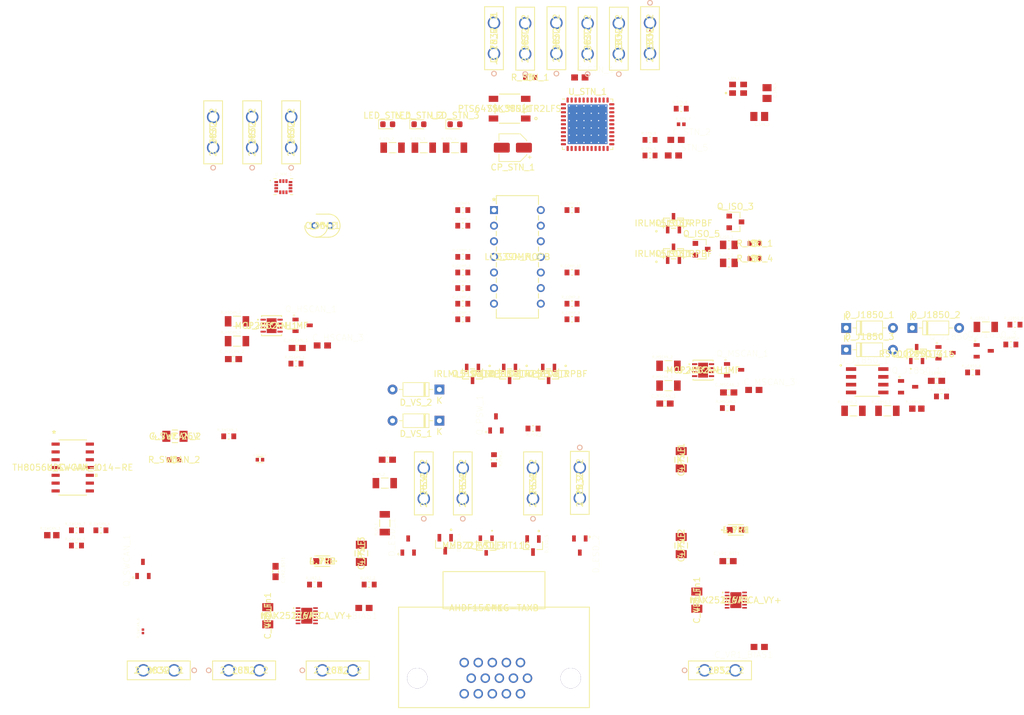
<source format=kicad_pcb>
(kicad_pcb (version 20171130) (host pcbnew "(5.1.7)-1")
  (title_block (title "CANnect Reader PCB Layout") (date 2020-10-25) (rev 0.0.01) (company CANtech) (comment 1 "Created by Choong Jin Ng | jin8383@gmail.com"))
  (layers (0 F.Cu signal) (1 In1.Cu signal) (2 In2.Cu signal) (31 B.Cu signal) (34 B.Paste user) (35 F.Paste user) (36 B.SilkS user) (37 F.SilkS user) (38 B.Mask user) (39 F.Mask user) (44 Edge.Cuts user))
  (net 0 "")
  (net 1 Pin4_GnD_Chassis)
  (net 2 "Net-(C_HSCAN_1-Pad1)")
  (net 3 "Net-(C_HSCAN_2-Pad1)")
  (net 4 "Net-(C_J1850_1-Pad1)")
  (net 5 "Net-(C_MSCAN_1-Pad1)")
  (net 6 "Net-(C_MSCAN_2-Pad1)")
  (net 7 +12V)
  (net 8 "Net-(C_STN_3-Pad2)")
  (net 9 "Net-(C_STN_4-Pad1)")
  (net 10 "Net-(C_STN_5-Pad1)")
  (net 11 Pin1_SW_CAN)
  (net 12 "Net-(C_VR1_BIAS1-Pad1)")
  (net 13 "Net-(C_VR1_BST1-Pad2)")
  (net 14 "Net-(C_VR1_BST1-Pad1)")
  (net 15 "Net-(C_VR1_in1-Pad1)")
  (net 16 "Net-(C_VR2_BIAS1-Pad1)")
  (net 17 "Net-(C_VR2_BST1-Pad2)")
  (net 18 "Net-(C_VR2_BST1-Pad1)")
  (net 19 "Net-(C_VR2_in1-Pad1)")
  (net 20 "/OBDII Interpreter/Analog_Voltage")
  (net 21 "Net-(CP_STN_1-Pad1)")
  (net 22 Pin15_ISO9141_L-Line)
  (net 23 "Net-(D_J1850_1-Pad1)")
  (net 24 "Net-(D_J1850_2-Pad2)")
  (net 25 Pin2_SAE_J1850_BUS+)
  (net 26 "Net-(D_J1850_3-Pad2)")
  (net 27 Pin14_ISO15765-4_CAN_BUS_Low)
  (net 28 "/OBDII Interpreter/High Speed CAN Transceiver/HS_CAN_RX")
  (net 29 "/OBDII Interpreter/High Speed CAN Transceiver/HS_CAN_TX")
  (net 30 Pin3_MS_CAN_High)
  (net 31 Pin11_MS_CAN_Low)
  (net 32 "/OBDII Interpreter/Medium Speed CAN Transceiver/MS_CAN_RX")
  (net 33 "/OBDII Interpreter/Medium Speed CAN Transceiver/MS_CAN_TX")
  (net 34 "/OBDII Interpreter/OBDII Chip/SW_CAN_RX")
  (net 35 "/OBDII Interpreter/OBDII Chip/SW_CAN_MODE1")
  (net 36 "/OBDII Interpreter/OBDII Chip/SW_CAN_MODE0")
  (net 37 "/OBDII Interpreter/OBDII Chip/SW_CAN_TX")
  (net 38 "/OBDII Interpreter/Comparator Transceiver/VPW_RX")
  (net 39 "/OBDII Interpreter/Comparator Transceiver/PWM_RX")
  (net 40 "/OBDII Interpreter/Comparator Transceiver/~ISO_RX~")
  (net 41 +V_J1850)
  (net 42 "Net-(LED_STN_1-Pad1)")
  (net 43 "Net-(LED_STN_2-Pad1)")
  (net 44 "Net-(LED_STN_3-Pad1)")
  (net 45 "/OBDII Interpreter/~PWR_CTRL~")
  (net 46 "Net-(Q_ISO_1-Pad2)")
  (net 47 "Net-(Q_ISO_3-Pad1)")
  (net 48 "Net-(Q_ISO_4-Pad2)")
  (net 49 "Net-(Q_ISO_5-Pad1)")
  (net 50 "Net-(Q_J1850_1-Pad3)")
  (net 51 "/OBDII Interpreter/OBDII Chip/~J1850_BUS+_VH~")
  (net 52 Pin10_SAE_J1850_BUS-)
  (net 53 "/OBDII Interpreter/OBDII Chip/J1850_BUS-_TX")
  (net 54 "Net-(Q_J1850_3-Pad3)")
  (net 55 "/OBDII Interpreter/OBDII Chip/J1850_BUS+_TX")
  (net 56 "/OBDII Interpreter/Medium Speed CAN Transceiver/~PWR_CTRL~")
  (net 57 "/OBDII Interpreter/OBDII Chip/SW_CAN_LOAD")
  (net 58 "/OBDII Interpreter/ISO 9141/ISO 14230 Transceiver/~ISO_K_TX~")
  (net 59 "/OBDII Interpreter/ISO 9141/ISO 14230 Transceiver/~ISO_L_TX~")
  (net 60 "/OBDII Interpreter/OBDII Chip/STATUS_LED")
  (net 61 "/OBDII Interpreter/~RESET_OBD_HW~")
  (net 62 "/OBDII Interpreter/RESET_OBD_SW")
  (net 63 VDDA)
  (net 64 "Net-(Q_SWCAN_1-Pad3)")
  (net 65 "Net-(R_VR2_1-Pad2)")
  (net 66 Pin16_Raw_+12V_Battery)
  (net 67 "/Power Supply/Voltage Regulator (5V)/PGood")
  (net 68 "/Power Supply/Voltage Regulator (5V)/Sync_Signal")
  (net 69 "/Power Supply/Voltage Regulator (5V)/Spread_Spectrum_Enable")
  (net 70 "/Power Supply/Voltage Regulator (3.3V)/PGood")
  (net 71 "/Power Supply/Voltage Regulator (3.3V)/Sync_Signal")
  (net 72 "/Power Supply/Voltage Regulator (3.3V)/Spread_Spectrum_Enable")
  (net 73 +3.3V_SW)
  (net 74 +5V_SW)
  (net 75 /Host/HOST_TX)
  (net 76 /Host/HOST_RX)
  (net 77 "/OBDII Interpreter/OBDII Chip/~HOST_ACT_LED~")
  (net 78 "/OBDII Interpreter/OBDII Chip/~ISO_RX~")
  (net 79 /Host/~RESET_OBD_HW~)
  (net 80 +12V_SW)
  (net 81 /Host/I2C_SCL)
  (net 82 /Host/I2C_SDA)
  (net 83 /Host/MEMS_CS)
  (net 84 /Host/MEMS_INT)
  (net 85 "Net-(J_SWCAN_1-Pad2)")
  (net 86 /Host/MEMS_SA0)
  (net 87 "/Reader MEMs/MEMS_INT2")
  (net 88 "/OBDII Interpreter/PWR_CTRL")
  (net 89 Pin13)
  (net 90 Pin8)
  (net 91 Pin9)
  (net 92 Pin12)
  (net 93 "Net-(SW_STN_1-Pad4)")
  (net 94 "Net-(SW_STN_1-Pad3)")
  (net 95 +5V)
  (net 96 +3V3)
  (net 97 "Net-(Q_HSCAN_1-Pad3)")
  (net 98 "Net-(Q_MSCAN_1-Pad3)")
  (net 99 "Net-(R_COMP_1-Pad2)")
  (net 100 "Net-(R_COMP_2-Pad2)")
  (net 101 "Net-(R_COMP_3-Pad1)")
  (net 102 "Net-(R_COMP_6-Pad2)")
  (net 103 "Net-(R_COMP_8-Pad2)")
  (net 104 "Net-(R_COMP_10-Pad1)")
  (net 105 "Net-(R_J1850_2-Pad2)")
  (net 106 "Net-(R_SWCAN_1-Pad2)")
  (net 107 "Net-(U_COMP_1-Pad10)")
  (net 108 "Net-(U_COMP_1-Pad11)")
  (net 109 "Net-(U_COMP_1-Pad13)")
  (net 110 "Net-(U_J1850_1-Pad5)")
  (net 111 "Net-(U_MM_1-Pad10)")
  (net 112 "Net-(U_MM_1-Pad11)")
  (net 113 "Net-(U_SWCAN_1-Pad6)")
  (net 114 "Net-(U_SWCAN_1-Pad9)")
  (net 115 "Net-(U_SWCAN_1-Pad13)")
  (net 116 "Net-(D_ESD_3-Pad3)")
  (net 117 "/OBDII Interpreter/J1850_BUS-")
  (module footprints:SOT95P237X111-3N (layer F.Cu) (at 146.05 127 270)
    (fp_text reference D_ESD_5 (at -0.276 -2.2048 90) (layer F.SilkS) (effects (font (size 0.48 0.48) (thickness 0.015))))
    (fp_text value MMBZ27VALT3G)
    (pad 3 smd rect (at 1.06 0 270) (size 1.23 0.6) (layers F.Cu F.Paste F.Mask) (net 1 Pin4_GnD_Chassis))
    (pad 2 smd rect (at -1.06 0.95 270) (size 1.23 0.6) (layers F.Cu F.Paste F.Mask) (net 52 Pin10_SAE_J1850_BUS-))
    (pad 1 smd rect (at -1.06 -0.95 270) (size 1.23 0.6) (layers F.Cu F.Paste F.Mask) (net 25 Pin2_SAE_J1850_BUS+))
  )
  (module footprints:SOT95P237X111-3N (layer F.Cu) (at 131.76 126.79 270)
    (fp_text reference D_ESD_4 (at -0.276 -2.2048 90) (layer F.SilkS) (effects (font (size 0.48 0.48) (thickness 0.015))))
    (fp_text value MMBZ27VALT3G)
    (pad 3 smd rect (at 1.06 0 270) (size 1.23 0.6) (layers F.Cu F.Paste F.Mask) (net 1 Pin4_GnD_Chassis))
    (pad 2 smd rect (at -1.06 0.95 270) (size 1.23 0.6) (layers F.Cu F.Paste F.Mask) (net 22 Pin15_ISO9141_L-Line))
    (pad 1 smd rect (at -1.06 -0.95 270) (size 1.23 0.6) (layers F.Cu F.Paste F.Mask) (net 22 Pin15_ISO9141_L-Line))
  )
  (module footprints:MMBZ27VCLFHT116 (layer F.Cu) (at 138.43 127 180)
    (fp_text reference D_ESD_3 (at 0 0) (layer F.SilkS))
    (fp_text value MMBZ27VCLFHT116 (at 0 0) (layer F.SilkS))
    (fp_text user * (at 0 0) (layer F.SilkS))
    (pad 3 smd rect (at 0 -1.1938 180) (size 0.568 0.903199) (layers F.Cu F.Paste F.Mask) (net 116 "Net-(D_ESD_3-Pad3)"))
    (pad 2 smd rect (at 0.950001 1.1938 180) (size 0.568 0.903199) (layers F.Cu F.Paste F.Mask) (net 11 Pin1_SW_CAN))
    (pad 1 smd rect (at -0.950001 1.1938 180) (size 0.568 0.903199) (layers F.Cu F.Paste F.Mask) (net 1 Pin4_GnD_Chassis))
  )
  (module footprints:SOT95P230X110-3N (layer F.Cu) (at 153.67 127 270)
    (fp_text reference D_ESD_2 (at 1.375975 -2.636895 90) (layer F.SilkS) (effects (font (size 1.000717 1.000717) (thickness 0.015))))
    (fp_text value PESD2CAN,215)
    (pad 3 smd rect (at 1.15 0 270) (size 1 0.6) (layers F.Cu F.Paste F.Mask) (net 1 Pin4_GnD_Chassis))
    (pad 2 smd rect (at -1.15 0.95 270) (size 1 0.6) (layers F.Cu F.Paste F.Mask) (net 31 Pin11_MS_CAN_Low))
    (pad 1 smd rect (at -1.15 -0.95 270) (size 1 0.6) (layers F.Cu F.Paste F.Mask) (net 30 Pin3_MS_CAN_High))
  )
  (module footprints:SOT95P230X110-3N (layer F.Cu) (at 125.73 127 90)
    (fp_text reference D_ESD_1 (at 1.375975 -2.636895 90) (layer F.SilkS) (effects (font (size 1.000717 1.000717) (thickness 0.015))))
    (fp_text value PESD2CAN,215)
    (pad 3 smd rect (at 1.15 0 90) (size 1 0.6) (layers F.Cu F.Paste F.Mask) (net 1 Pin4_GnD_Chassis))
    (pad 2 smd rect (at -1.15 0.95 90) (size 1 0.6) (layers F.Cu F.Paste F.Mask) (net 27 Pin14_ISO15765-4_CAN_BUS_Low))
    (pad 1 smd rect (at -1.15 -0.95 90) (size 1 0.6) (layers F.Cu F.Paste F.Mask) (net 27 Pin14_ISO15765-4_CAN_BUS_Low))
  )
  (module footprints:CAPC1608X90 (layer F.Cu) (at 107.668401 94.838401)
    (fp_text reference C_HSCAN_1 (at -0.235808 -1.239253) (layer F.SilkS) (effects (font (size 0.474067 0.474067) (thickness 0.015))))
    (fp_text value 560pF)
    (pad 2 smd rect (at 0.85 0) (size 1.1 1) (layers F.Cu F.Paste F.Mask) (net 1 Pin4_GnD_Chassis))
    (pad 1 smd rect (at -0.85 0) (size 1.1 1) (layers F.Cu F.Paste F.Mask) (net 2 "Net-(C_HSCAN_1-Pad1)"))
  )
  (module footprints:CAPC1608X90 (layer F.Cu) (at 97.298401 96.648401)
    (fp_text reference C_HSCAN_2 (at -0.235808 -1.239253) (layer F.SilkS) (effects (font (size 0.474067 0.474067) (thickness 0.015))))
    (fp_text value 560pF)
    (pad 1 smd rect (at -0.85 0) (size 1.1 1) (layers F.Cu F.Paste F.Mask) (net 3 "Net-(C_HSCAN_2-Pad1)"))
    (pad 2 smd rect (at 0.85 0) (size 1.1 1) (layers F.Cu F.Paste F.Mask) (net 1 Pin4_GnD_Chassis))
  )
  (module footprints:0603 (layer F.Cu) (at 111.76 94.43)
    (fp_text reference C_HSCAN_3 (at 2.541162 -1.270578) (layer F.SilkS) (effects (font (size 1.000457 1.000457) (thickness 0.015))))
    (fp_text value 1uF)
    (pad 1 smd rect (at -0.85 0) (size 1.1 1) (layers F.Cu F.Paste F.Mask) (net 1 Pin4_GnD_Chassis))
    (pad 2 smd rect (at 0.85 0) (size 1.1 1) (layers F.Cu F.Paste F.Mask) (net 95 +5V))
  )
  (module footprints:CAPC1608X90 (layer F.Cu) (at 211.738401 100.188401)
    (fp_text reference C_J1850_1 (at -0.235808 -1.239253) (layer F.SilkS) (effects (font (size 0.474067 0.474067) (thickness 0.015))))
    (fp_text value 0.1uF)
    (pad 1 smd rect (at -0.85 0) (size 1.1 1) (layers F.Cu F.Paste F.Mask) (net 4 "Net-(C_J1850_1-Pad1)"))
    (pad 2 smd rect (at 0.85 0) (size 1.1 1) (layers F.Cu F.Paste F.Mask) (net 1 Pin4_GnD_Chassis))
  )
  (module footprints:FA16C0G2A104JRU06 (layer F.Cu) (at 111.76 74.93 180)
    (fp_text reference C_MM_1 (at 0 0) (layer F.SilkS))
    (fp_text value 100nF (at 0 0) (layer F.SilkS))
    (fp_text user * (at 0 0) (layer F.SilkS))
    (pad 1 thru_hole circle (at -1.25 0 180) (size 1.1176 1.1176) (drill 0.6096) (layers *.Cu *.Mask) (net 73 +3.3V_SW))
    (pad 2 thru_hole circle (at 1.25 0 180) (size 1.1176 1.1176) (drill 0.6096) (layers *.Cu *.Mask) (net 1 Pin4_GnD_Chassis))
  )
  (module footprints:CAPC1608X90 (layer F.Cu) (at 167.538401 103.888401)
    (fp_text reference C_MSCAN_1 (at -0.235808 -1.239253) (layer F.SilkS) (effects (font (size 0.474067 0.474067) (thickness 0.015))))
    (fp_text value 560pF)
    (pad 2 smd rect (at 0.85 0) (size 1.1 1) (layers F.Cu F.Paste F.Mask) (net 1 Pin4_GnD_Chassis))
    (pad 1 smd rect (at -0.85 0) (size 1.1 1) (layers F.Cu F.Paste F.Mask) (net 5 "Net-(C_MSCAN_1-Pad1)"))
  )
  (module footprints:CAPC1608X90 (layer F.Cu) (at 177.908401 102.078401)
    (fp_text reference C_MSCAN_2 (at -0.235808 -1.239253) (layer F.SilkS) (effects (font (size 0.474067 0.474067) (thickness 0.015))))
    (fp_text value 560pF)
    (pad 1 smd rect (at -0.85 0) (size 1.1 1) (layers F.Cu F.Paste F.Mask) (net 6 "Net-(C_MSCAN_2-Pad1)"))
    (pad 2 smd rect (at 0.85 0) (size 1.1 1) (layers F.Cu F.Paste F.Mask) (net 1 Pin4_GnD_Chassis))
  )
  (module footprints:0603 (layer F.Cu) (at 182 101.67)
    (fp_text reference C_MSCAN_3 (at 2.541162 -1.270578) (layer F.SilkS) (effects (font (size 1.000457 1.000457) (thickness 0.015))))
    (fp_text value 1uF)
    (pad 2 smd rect (at 0.85 0) (size 1.1 1) (layers F.Cu F.Paste F.Mask) (net 95 +5V))
    (pad 1 smd rect (at -0.85 0) (size 1.1 1) (layers F.Cu F.Paste F.Mask) (net 1 Pin4_GnD_Chassis))
  )
  (module footprints:C1206C475K3RACAUTO (layer F.Cu) (at 170.18 113.03 270)
    (fp_text reference C_PS_1 (at 0 0 90) (layer F.SilkS))
    (fp_text value 4.7uF (at 0 0 90) (layer F.SilkS))
    (fp_text user * (at 0 0 90) (layer F.SilkS))
    (pad 2 smd rect (at 1.399998 0 270) (size 1.299998 1.799996) (layers F.Cu F.Paste F.Mask) (net 1 Pin4_GnD_Chassis))
    (pad 1 smd rect (at -1.399998 0 270) (size 1.299998 1.799996) (layers F.Cu F.Paste F.Mask) (net 7 +12V))
  )
  (module footprints:C1206C475K3RACAUTO (layer F.Cu) (at 170.18 127 270)
    (fp_text reference C_PS_2 (at 0 0 90) (layer F.SilkS))
    (fp_text value 4.7uF (at 0 0 90) (layer F.SilkS))
    (fp_text user * (at 0 0 90) (layer F.SilkS))
    (pad 2 smd rect (at 1.399998 0 270) (size 1.299998 1.799996) (layers F.Cu F.Paste F.Mask) (net 1 Pin4_GnD_Chassis))
    (pad 1 smd rect (at -1.399998 0 270) (size 1.299998 1.799996) (layers F.Cu F.Paste F.Mask) (net 95 +5V))
  )
  (module footprints:C1206C475K3RACAUTO (layer F.Cu) (at 118.11 128.27 270)
    (fp_text reference C_PS_3 (at 0 0 90) (layer F.SilkS))
    (fp_text value 4.7uF (at 0 0 90) (layer F.SilkS))
    (fp_text user * (at 0 0 90) (layer F.SilkS))
    (pad 1 smd rect (at -1.399998 0 270) (size 1.299998 1.799996) (layers F.Cu F.Paste F.Mask) (net 96 +3V3))
    (pad 2 smd rect (at 1.399998 0 270) (size 1.299998 1.799996) (layers F.Cu F.Paste F.Mask) (net 1 Pin4_GnD_Chassis))
  )
  (module footprints:0603 (layer F.Cu) (at 153.67 50.8)
    (fp_text reference C_STN_1 (at 2.541162 -1.270578) (layer F.SilkS) (effects (font (size 1.000457 1.000457) (thickness 0.015))))
    (fp_text value 1uF)
    (pad 2 smd rect (at 0.85 0) (size 1.1 1) (layers F.Cu F.Paste F.Mask) (net 1 Pin4_GnD_Chassis))
    (pad 1 smd rect (at -0.85 0) (size 1.1 1) (layers F.Cu F.Paste F.Mask) (net 96 +3V3))
  )
  (module footprints:0603 (layer F.Cu) (at 169.33 60.96)
    (fp_text reference C_STN_2 (at 2.541162 -1.270578) (layer F.SilkS) (effects (font (size 1.000457 1.000457) (thickness 0.015))))
    (fp_text value 1uF)
    (pad 1 smd rect (at -0.85 0) (size 1.1 1) (layers F.Cu F.Paste F.Mask) (net 96 +3V3))
    (pad 2 smd rect (at 0.85 0) (size 1.1 1) (layers F.Cu F.Paste F.Mask) (net 1 Pin4_GnD_Chassis))
  )
  (module footprints:CAPC2012X88N (layer F.Cu) (at 182.88 57.15 180)
    (fp_text reference C_STN_3 (at -0.46 -1.32) (layer F.SilkS) (effects (font (size 0.393701 0.393701) (thickness 0.015))))
    (fp_text value 30pF)
    (pad 2 smd rect (at 0.875 0 180) (size 1.16 1.47) (layers F.Cu F.Paste F.Mask) (net 8 "Net-(C_STN_3-Pad2)"))
    (pad 1 smd rect (at -0.875 0 180) (size 1.16 1.47) (layers F.Cu F.Paste F.Mask) (net 1 Pin4_GnD_Chassis))
  )
  (module footprints:CAPC2012X88N (layer F.Cu) (at 184.15 53.34 270)
    (fp_text reference C_STN_4 (at -0.46 -1.32 90) (layer F.SilkS) (effects (font (size 0.393701 0.393701) (thickness 0.015))))
    (fp_text value 30pF)
    (pad 1 smd rect (at -0.875 0 270) (size 1.16 1.47) (layers F.Cu F.Paste F.Mask) (net 9 "Net-(C_STN_4-Pad1)"))
    (pad 2 smd rect (at 0.875 0 270) (size 1.16 1.47) (layers F.Cu F.Paste F.Mask) (net 1 Pin4_GnD_Chassis))
  )
  (module footprints:0603 (layer F.Cu) (at 168.91 63.5)
    (fp_text reference C_STN_5 (at 2.541162 -1.270578) (layer F.SilkS) (effects (font (size 1.000457 1.000457) (thickness 0.015))))
    (fp_text value 1uF)
    (pad 2 smd rect (at 0.85 0) (size 1.1 1) (layers F.Cu F.Paste F.Mask) (net 1 Pin4_GnD_Chassis))
    (pad 1 smd rect (at -0.85 0) (size 1.1 1) (layers F.Cu F.Paste F.Mask) (net 10 "Net-(C_STN_5-Pad1)"))
  )
  (module footprints:CAPC1005X55N (layer F.Cu) (at 101.6 113.03)
    (fp_text reference C_SWCAN_1 (at -0.038306 -0.758223) (layer F.SilkS) (effects (font (size 0.241854 0.241854) (thickness 0.015))))
    (fp_text value 150pF)
    (pad 1 smd rect (at -0.43 0) (size 0.54 0.6) (layers F.Cu F.Paste F.Mask) (net 11 Pin1_SW_CAN))
    (pad 2 smd rect (at 0.43 0) (size 0.54 0.6) (layers F.Cu F.Paste F.Mask) (net 1 Pin4_GnD_Chassis))
  )
  (module footprints:C1206C475K3RACAUTO (layer F.Cu) (at 87.759998 109.22 180)
    (fp_text reference C_SWCAN_2 (at 0 0) (layer F.SilkS))
    (fp_text value "4.7uF 25V" (at 0 0) (layer F.SilkS))
    (fp_text user * (at 0 0) (layer F.SilkS))
    (pad 1 smd rect (at -1.399998 0 180) (size 1.299998 1.799996) (layers F.Cu F.Paste F.Mask) (net 7 +12V))
    (pad 2 smd rect (at 1.399998 0 180) (size 1.299998 1.799996) (layers F.Cu F.Paste F.Mask) (net 1 Pin4_GnD_Chassis))
  )
  (module footprints:0603 (layer F.Cu) (at 182.88 143.51 180)
    (fp_text reference C_VR1_BIAS1 (at 2.541162 -1.270578) (layer F.SilkS) (effects (font (size 1.000457 1.000457) (thickness 0.015))))
    (fp_text value 1uF)
    (pad 2 smd rect (at 0.85 0 180) (size 1.1 1) (layers F.Cu F.Paste F.Mask) (net 1 Pin4_GnD_Chassis))
    (pad 1 smd rect (at -0.85 0 180) (size 1.1 1) (layers F.Cu F.Paste F.Mask) (net 12 "Net-(C_VR1_BIAS1-Pad1)"))
  )
  (module footprints:CAPC1608X90 (layer F.Cu) (at 177.8 129.54)
    (fp_text reference C_VR1_BST1 (at -0.235808 -1.239253) (layer F.SilkS) (effects (font (size 0.474067 0.474067) (thickness 0.015))))
    (fp_text value 0.1uF)
    (pad 2 smd rect (at 0.85 0) (size 1.1 1) (layers F.Cu F.Paste F.Mask) (net 13 "Net-(C_VR1_BST1-Pad2)"))
    (pad 1 smd rect (at -0.85 0) (size 1.1 1) (layers F.Cu F.Paste F.Mask) (net 14 "Net-(C_VR1_BST1-Pad1)"))
  )
  (module footprints:C1206C475K3RACAUTO (layer F.Cu) (at 172.72 135.89 90)
    (fp_text reference C_VR1_in1 (at 0 0 90) (layer F.SilkS))
    (fp_text value 4.7uF (at 0 0 90) (layer F.SilkS))
    (fp_text user * (at 0 0 90) (layer F.SilkS))
    (pad 1 smd rect (at -1.399998 0 90) (size 1.299998 1.799996) (layers F.Cu F.Paste F.Mask) (net 15 "Net-(C_VR1_in1-Pad1)"))
    (pad 2 smd rect (at 1.399998 0 90) (size 1.299998 1.799996) (layers F.Cu F.Paste F.Mask) (net 7 +12V))
  )
  (module footprints:0603 (layer F.Cu) (at 118.53 137.16 180)
    (fp_text reference C_VR2_BIAS1 (at 2.541162 -1.270578) (layer F.SilkS) (effects (font (size 1.000457 1.000457) (thickness 0.015))))
    (fp_text value 1uF)
    (pad 1 smd rect (at -0.85 0 180) (size 1.1 1) (layers F.Cu F.Paste F.Mask) (net 16 "Net-(C_VR2_BIAS1-Pad1)"))
    (pad 2 smd rect (at 0.85 0 180) (size 1.1 1) (layers F.Cu F.Paste F.Mask) (net 1 Pin4_GnD_Chassis))
  )
  (module footprints:CAPC1608X90 (layer F.Cu) (at 104.14 131.23 270)
    (fp_text reference C_VR2_BST1 (at -0.235808 -1.239253 90) (layer F.SilkS) (effects (font (size 0.474067 0.474067) (thickness 0.015))))
    (fp_text value 0.1uF)
    (pad 2 smd rect (at 0.85 0 270) (size 1.1 1) (layers F.Cu F.Paste F.Mask) (net 17 "Net-(C_VR2_BST1-Pad2)"))
    (pad 1 smd rect (at -0.85 0 270) (size 1.1 1) (layers F.Cu F.Paste F.Mask) (net 18 "Net-(C_VR2_BST1-Pad1)"))
  )
  (module footprints:C1206C475K3RACAUTO (layer F.Cu) (at 102.87 138.43 90)
    (fp_text reference C_VR2_in1 (at 0 0 90) (layer F.SilkS))
    (fp_text value 4.7uF (at 0 0 90) (layer F.SilkS))
    (fp_text user * (at 0 0 90) (layer F.SilkS))
    (pad 2 smd rect (at 1.399998 0 90) (size 1.299998 1.799996) (layers F.Cu F.Paste F.Mask) (net 7 +12V))
    (pad 1 smd rect (at -1.399998 0 90) (size 1.299998 1.799996) (layers F.Cu F.Paste F.Mask) (net 19 "Net-(C_VR2_in1-Pad1)"))
  )
  (module footprints:CAPC1608X90 (layer F.Cu) (at 122.34 113.03)
    (fp_text reference C_VS_1 (at -0.235808 -1.239253) (layer F.SilkS) (effects (font (size 0.474067 0.474067) (thickness 0.015))))
    (fp_text value 0.1uF)
    (pad 1 smd rect (at -0.85 0) (size 1.1 1) (layers F.Cu F.Paste F.Mask) (net 20 "/OBDII Interpreter/Analog_Voltage"))
    (pad 2 smd rect (at 0.85 0) (size 1.1 1) (layers F.Cu F.Paste F.Mask) (net 1 Pin4_GnD_Chassis))
  )
  (module footprints:AHDF15A-KG-TAXB (layer F.Cu) (at 139.7 137.16)
    (fp_text reference CN1 (at 0 0) (layer F.SilkS))
    (fp_text value AHDF15A-KG-TAXB (at 0 0) (layer F.SilkS))
    (fp_text user * (at 0 0) (layer F.SilkS))
    (pad 1 thru_hole circle (at -4.85 13.97) (size 1.5494 1.5494) (drill 1.0414) (layers *.Cu *.Mask) (net 25 Pin2_SAE_J1850_BUS+))
    (pad 2 thru_hole circle (at -2.56 13.97) (size 1.5494 1.5494) (drill 1.0414) (layers *.Cu *.Mask) (net 52 Pin10_SAE_J1850_BUS-))
    (pad 3 thru_hole circle (at -0.269999 13.97) (size 1.5494 1.5494) (drill 1.0414) (layers *.Cu *.Mask) (net 30 Pin3_MS_CAN_High))
    (pad 4 thru_hole circle (at 2.019998 13.97) (size 1.5494 1.5494) (drill 1.0414) (layers *.Cu *.Mask) (net 31 Pin11_MS_CAN_Low))
    (pad 5 thru_hole circle (at 4.309999 13.97) (size 1.5494 1.5494) (drill 1.0414) (layers *.Cu *.Mask) (net 89 Pin13))
    (pad 6 thru_hole circle (at -3.704999 11.43) (size 1.5494 1.5494) (drill 1.0414) (layers *.Cu *.Mask) (net 22 Pin15_ISO9141_L-Line))
    (pad 7 thru_hole circle (at -1.415001 11.43) (size 1.5494 1.5494) (drill 1.0414) (layers *.Cu *.Mask) (net 22 Pin15_ISO9141_L-Line))
    (pad 8 thru_hole circle (at 0.875 11.43) (size 1.5494 1.5494) (drill 1.0414) (layers *.Cu *.Mask) (net 90 Pin8))
    (pad 9 thru_hole circle (at 3.165 11.43) (size 1.5494 1.5494) (drill 1.0414) (layers *.Cu *.Mask) (net 11 Pin1_SW_CAN))
    (pad 10 thru_hole circle (at 5.455001 11.43) (size 1.5494 1.5494) (drill 1.0414) (layers *.Cu *.Mask) (net 66 Pin16_Raw_+12V_Battery))
    (pad 11 thru_hole circle (at -4.85 8.89) (size 1.5494 1.5494) (drill 1.0414) (layers *.Cu *.Mask) (net 27 Pin14_ISO15765-4_CAN_BUS_Low))
    (pad 12 thru_hole circle (at -2.56 8.89) (size 1.5494 1.5494) (drill 1.0414) (layers *.Cu *.Mask) (net 27 Pin14_ISO15765-4_CAN_BUS_Low))
    (pad 13 thru_hole circle (at -0.269999 8.89) (size 1.5494 1.5494) (drill 1.0414) (layers *.Cu *.Mask) (net 1 Pin4_GnD_Chassis))
    (pad 14 thru_hole circle (at 2.019998 8.89) (size 1.5494 1.5494) (drill 1.0414) (layers *.Cu *.Mask) (net 91 Pin9))
    (pad 15 thru_hole circle (at 4.309999 8.89) (size 1.5494 1.5494) (drill 1.0414) (layers *.Cu *.Mask) (net 92 Pin12))
    (pad 0 thru_hole circle (at -12.495 11.43) (size 3.302 3.302) (drill 3.302) (layers *.Cu *.Mask) (net 1 Pin4_GnD_Chassis))
    (pad 0 thru_hole circle (at 12.495 11.43) (size 3.302 3.302) (drill 3.302) (layers *.Cu *.Mask) (net 1 Pin4_GnD_Chassis))
  )
  (module Capacitor_SMD:CP_Elec_4x5.8 (layer F.Cu) (at 142.77 62.23 180)
    (fp_text reference CP_STN_1 (at 0 -3.2) (layer F.SilkS))
    (fp_text value 10uF)
    (pad 1 smd roundrect (at -1.8 0 180) (size 2.6 1.6) (layers F.Cu F.Paste F.Mask) (roundrect_rratio 0.15625) (net 21 "Net-(CP_STN_1-Pad1)"))
    (pad 2 smd roundrect (at 1.8 0 180) (size 2.6 1.6) (layers F.Cu F.Paste F.Mask) (roundrect_rratio 0.15625) (net 1 Pin4_GnD_Chassis))
  )
  (module Diode_THT:D_DO-35_SOD27_P7.62mm_Horizontal (layer F.Cu) (at 197.035001 91.575001)
    (fp_text reference D_J1850_1 (at 3.81 -2.12) (layer F.SilkS))
    (fp_text value BAT46)
    (fp_text user K (at 0 -1.8) (layer F.SilkS))
    (pad 2 thru_hole oval (at 7.62 0) (size 1.6 1.6) (drill 0.8) (layers *.Cu *.Mask) (net 74 +5V_SW))
    (pad 1 thru_hole rect (at 0 0) (size 1.6 1.6) (drill 0.8) (layers *.Cu *.Mask) (net 23 "Net-(D_J1850_1-Pad1)"))
  )
  (module Diode_THT:D_DO-35_SOD27_P7.62mm_Horizontal (layer F.Cu) (at 207.805001 91.575001)
    (fp_text reference D_J1850_2 (at 3.81 -2.12) (layer F.SilkS))
    (fp_text value BAT46)
    (fp_text user K (at 0 -1.8) (layer F.SilkS))
    (pad 1 thru_hole rect (at 0 0) (size 1.6 1.6) (drill 0.8) (layers *.Cu *.Mask) (net 25 Pin2_SAE_J1850_BUS+))
    (pad 2 thru_hole oval (at 7.62 0) (size 1.6 1.6) (drill 0.8) (layers *.Cu *.Mask) (net 24 "Net-(D_J1850_2-Pad2)"))
  )
  (module Diode_THT:D_DO-35_SOD27_P7.62mm_Horizontal (layer F.Cu) (at 197.035001 95.125001)
    (fp_text reference D_J1850_3 (at 3.81 -2.12) (layer F.SilkS))
    (fp_text value BAT46)
    (fp_text user K (at 0 -1.8) (layer F.SilkS))
    (pad 1 thru_hole rect (at 0 0) (size 1.6 1.6) (drill 0.8) (layers *.Cu *.Mask) (net 1 Pin4_GnD_Chassis))
    (pad 2 thru_hole oval (at 7.62 0) (size 1.6 1.6) (drill 0.8) (layers *.Cu *.Mask) (net 26 "Net-(D_J1850_3-Pad2)"))
  )
  (module Diode_THT:D_DO-35_SOD27_P7.62mm_Horizontal (layer F.Cu) (at 130.81 106.68 180)
    (fp_text reference D_VS_1 (at 3.81 -2.12) (layer F.SilkS))
    (fp_text value BAT46)
    (fp_text user K (at 0 -1.8) (layer F.SilkS))
    (pad 1 thru_hole rect (at 0 0 180) (size 1.6 1.6) (drill 0.8) (layers *.Cu *.Mask) (net 96 +3V3))
    (pad 2 thru_hole oval (at 7.62 0 180) (size 1.6 1.6) (drill 0.8) (layers *.Cu *.Mask) (net 20 "/OBDII Interpreter/Analog_Voltage"))
  )
  (module Diode_THT:D_DO-35_SOD27_P7.62mm_Horizontal (layer F.Cu) (at 130.81 101.6 180)
    (fp_text reference D_VS_2 (at 3.81 -2.12) (layer F.SilkS))
    (fp_text value BAT46)
    (fp_text user K (at 0 -1.8) (layer F.SilkS))
    (pad 2 thru_hole oval (at 7.62 0 180) (size 1.6 1.6) (drill 0.8) (layers *.Cu *.Mask) (net 1 Pin4_GnD_Chassis))
    (pad 1 thru_hole rect (at 0 0 180) (size 1.6 1.6) (drill 0.8) (layers *.Cu *.Mask) (net 20 "/OBDII Interpreter/Analog_Voltage"))
  )
  (module footprints:282832-2 (layer F.Cu) (at 96.52 147.32)
    (fp_text reference J_CN_1 (at 2.5 0) (layer F.SilkS))
    (fp_text value 282832-2 (at 2.5 0) (layer F.SilkS))
    (fp_text user * (at 0 0) (layer F.SilkS))
    (pad 2 thru_hole circle (at 5 0) (size 2.032 2.032) (drill 1.524) (layers *.Cu *.Mask) (net 27 Pin14_ISO15765-4_CAN_BUS_Low))
    (pad 1 thru_hole circle (at 0 0) (size 2.032 2.032) (drill 1.524) (layers *.Cu *.Mask) (net 27 Pin14_ISO15765-4_CAN_BUS_Low))
  )
  (module footprints:282832-2 (layer F.Cu) (at 111.76 147.32)
    (fp_text reference J_CN_2 (at 2.5 0) (layer F.SilkS))
    (fp_text value 282832-2 (at 2.5 0) (layer F.SilkS))
    (fp_text user * (at 0 0) (layer F.SilkS))
    (pad 1 thru_hole circle (at 0 0) (size 2.032 2.032) (drill 1.524) (layers *.Cu *.Mask) (net 22 Pin15_ISO9141_L-Line))
    (pad 2 thru_hole circle (at 5 0) (size 2.032 2.032) (drill 1.524) (layers *.Cu *.Mask) (net 22 Pin15_ISO9141_L-Line))
  )
  (module footprints:282832-2 (layer F.Cu) (at 144.78 46.99 90)
    (fp_text reference J_HST_1 (at 2.5 0 90) (layer F.SilkS))
    (fp_text value 282832-2 (at 2.5 0 90) (layer F.SilkS))
    (fp_text user * (at 0 0 90) (layer F.SilkS))
    (pad 1 thru_hole circle (at 0 0 90) (size 2.032 2.032) (drill 1.524) (layers *.Cu *.Mask) (net 61 "/OBDII Interpreter/~RESET_OBD_HW~"))
    (pad 2 thru_hole circle (at 5 0 90) (size 2.032 2.032) (drill 1.524) (layers *.Cu *.Mask) (net 62 "/OBDII Interpreter/RESET_OBD_SW"))
  )
  (module footprints:282832-2 (layer F.Cu) (at 154.94 46.99 90)
    (fp_text reference J_HST_2 (at 2.5 0 90) (layer F.SilkS))
    (fp_text value 282832-2 (at 2.5 0 90) (layer F.SilkS))
    (fp_text user * (at 0 0 90) (layer F.SilkS))
    (pad 1 thru_hole circle (at 0 0 90) (size 2.032 2.032) (drill 1.524) (layers *.Cu *.Mask) (net 76 /Host/HOST_RX))
    (pad 2 thru_hole circle (at 5 0 90) (size 2.032 2.032) (drill 1.524) (layers *.Cu *.Mask) (net 75 /Host/HOST_TX))
  )
  (module footprints:282832-2 (layer F.Cu) (at 106.68 62.23 90)
    (fp_text reference J_HST_3 (at 2.5 0 90) (layer F.SilkS))
    (fp_text value 282832-2 (at 2.5 0 90) (layer F.SilkS))
    (fp_text user * (at 0 0 90) (layer F.SilkS))
    (pad 1 thru_hole circle (at 0 0 90) (size 2.032 2.032) (drill 1.524) (layers *.Cu *.Mask) (net 81 /Host/I2C_SCL))
    (pad 2 thru_hole circle (at 5 0 90) (size 2.032 2.032) (drill 1.524) (layers *.Cu *.Mask) (net 82 /Host/I2C_SDA))
  )
  (module footprints:282832-2 (layer F.Cu) (at 93.98 62.23 90)
    (fp_text reference J_HST_4 (at 2.5 0 90) (layer F.SilkS))
    (fp_text value 282832-2 (at 2.5 0 90) (layer F.SilkS))
    (fp_text user * (at 0 0 90) (layer F.SilkS))
    (pad 2 thru_hole circle (at 5 0 90) (size 2.032 2.032) (drill 1.524) (layers *.Cu *.Mask) (net 83 /Host/MEMS_CS))
    (pad 1 thru_hole circle (at 0 0 90) (size 2.032 2.032) (drill 1.524) (layers *.Cu *.Mask) (net 84 /Host/MEMS_INT))
  )
  (module footprints:282832-2 (layer F.Cu) (at 149.86 46.91 90)
    (fp_text reference J_HST_5 (at 2.5 0 90) (layer F.SilkS))
    (fp_text value 282832-2 (at 2.5 0 90) (layer F.SilkS))
    (fp_text user * (at 0 0 90) (layer F.SilkS))
    (pad 1 thru_hole circle (at 0 0 90) (size 2.032 2.032) (drill 1.524) (layers *.Cu *.Mask) (net 95 +5V))
    (pad 2 thru_hole circle (at 5 0 90) (size 2.032 2.032) (drill 1.524) (layers *.Cu *.Mask) (net 1 Pin4_GnD_Chassis))
  )
  (module footprints:282832-2 (layer F.Cu) (at 100.33 62.23 90)
    (fp_text reference J_HST_6 (at 2.5 0 90) (layer F.SilkS))
    (fp_text value 282832-2 (at 2.5 0 90) (layer F.SilkS))
    (fp_text user * (at 0 0 90) (layer F.SilkS))
    (pad 1 thru_hole circle (at 0 0 90) (size 2.032 2.032) (drill 1.524) (layers *.Cu *.Mask) (net 1 Pin4_GnD_Chassis))
    (pad 2 thru_hole circle (at 5 0 90) (size 2.032 2.032) (drill 1.524) (layers *.Cu *.Mask) (net 83 /Host/MEMS_CS))
  )
  (module footprints:282832-2 (layer F.Cu) (at 173.99 147.32)
    (fp_text reference J_PS_1 (at 2.5 0) (layer F.SilkS))
    (fp_text value 282832-2 (at 2.5 0) (layer F.SilkS))
    (fp_text user * (at 0 0) (layer F.SilkS))
    (pad 2 thru_hole circle (at 5 0) (size 2.032 2.032) (drill 1.524) (layers *.Cu *.Mask) (net 66 Pin16_Raw_+12V_Battery))
    (pad 1 thru_hole circle (at 0 0) (size 2.032 2.032) (drill 1.524) (layers *.Cu *.Mask) (net 7 +12V))
  )
  (module footprints:282832-2 (layer F.Cu) (at 153.67 114.3 270)
    (fp_text reference J_PS_2 (at 3.73 0 90) (layer F.SilkS))
    (fp_text value 282832-2 (at 2.5 0 90) (layer F.SilkS))
    (fp_text user * (at 0 0 90) (layer F.SilkS))
    (pad 2 thru_hole circle (at 5 0 270) (size 2.032 2.032) (drill 1.524) (layers *.Cu *.Mask) (net 96 +3V3))
    (pad 1 thru_hole circle (at 0 0 270) (size 2.032 2.032) (drill 1.524) (layers *.Cu *.Mask) (net 95 +5V))
  )
  (module footprints:282832-2 (layer F.Cu) (at 128.27 119.38 90)
    (fp_text reference J_PSW_1 (at 2.5 0 90) (layer F.SilkS))
    (fp_text value 282832-2 (at 2.5 0 90) (layer F.SilkS))
    (fp_text user * (at 0 0 90) (layer F.SilkS))
    (pad 2 thru_hole circle (at 5 0 90) (size 2.032 2.032) (drill 1.524) (layers *.Cu *.Mask) (net 7 +12V))
    (pad 1 thru_hole circle (at 0 0 90) (size 2.032 2.032) (drill 1.524) (layers *.Cu *.Mask) (net 80 +12V_SW))
  )
  (module footprints:282832-2 (layer F.Cu) (at 134.62 119.38 90)
    (fp_text reference J_PSW_2 (at 2.5 0 90) (layer F.SilkS))
    (fp_text value 282832-2 (at 2.5 0 90) (layer F.SilkS))
    (fp_text user * (at 0 0 90) (layer F.SilkS))
    (pad 1 thru_hole circle (at 0 0 90) (size 2.032 2.032) (drill 1.524) (layers *.Cu *.Mask) (net 74 +5V_SW))
    (pad 2 thru_hole circle (at 5 0 90) (size 2.032 2.032) (drill 1.524) (layers *.Cu *.Mask) (net 95 +5V))
  )
  (module footprints:282832-2 (layer F.Cu) (at 146.05 119.38 90)
    (fp_text reference J_PSW_3 (at 2.5 0 90) (layer F.SilkS))
    (fp_text value 282832-2 (at 2.5 0 90) (layer F.SilkS))
    (fp_text user * (at 0 0 90) (layer F.SilkS))
    (pad 2 thru_hole circle (at 5 0 90) (size 2.032 2.032) (drill 1.524) (layers *.Cu *.Mask) (net 96 +3V3))
    (pad 1 thru_hole circle (at 0 0 90) (size 2.032 2.032) (drill 1.524) (layers *.Cu *.Mask) (net 73 +3.3V_SW))
  )
  (module footprints:282832-2 (layer F.Cu) (at 160.02 46.99 90)
    (fp_text reference J_STN_1 (at 2.5 0 90) (layer F.SilkS))
    (fp_text value 282832-2 (at 2.5 0 90) (layer F.SilkS))
    (fp_text user * (at 0 0 90) (layer F.SilkS))
    (pad 1 thru_hole circle (at 0 0 90) (size 2.032 2.032) (drill 1.524) (layers *.Cu *.Mask) (net 28 "/OBDII Interpreter/High Speed CAN Transceiver/HS_CAN_RX"))
    (pad 2 thru_hole circle (at 5 0 90) (size 2.032 2.032) (drill 1.524) (layers *.Cu *.Mask) (net 29 "/OBDII Interpreter/High Speed CAN Transceiver/HS_CAN_TX"))
  )
  (module footprints:282832-2 (layer F.Cu) (at 165.1 41.91 270)
    (fp_text reference J_STN_3 (at 2.5 0 90) (layer F.SilkS))
    (fp_text value 282832-2 (at 2.5 0 90) (layer F.SilkS))
    (fp_text user * (at 0 0 90) (layer F.SilkS))
    (pad 2 thru_hole circle (at 5 0 270) (size 2.032 2.032) (drill 1.524) (layers *.Cu *.Mask) (net 79 /Host/~RESET_OBD_HW~))
    (pad 1 thru_hole circle (at 0 0 270) (size 2.032 2.032) (drill 1.524) (layers *.Cu *.Mask) (net 45 "/OBDII Interpreter/~PWR_CTRL~"))
  )
  (module footprints:282832-2 (layer F.Cu) (at 139.7 46.91 90)
    (fp_text reference J_STN_RST1 (at 2.5 0 90) (layer F.SilkS))
    (fp_text value 282832-2 (at 2.5 0 90) (layer F.SilkS))
    (fp_text user * (at 0 0 90) (layer F.SilkS))
    (pad 1 thru_hole circle (at 0 0 90) (size 2.032 2.032) (drill 1.524) (layers *.Cu *.Mask) (net 61 "/OBDII Interpreter/~RESET_OBD_HW~"))
    (pad 2 thru_hole circle (at 5 0 90) (size 2.032 2.032) (drill 1.524) (layers *.Cu *.Mask) (net 1 Pin4_GnD_Chassis))
  )
  (module footprints:282832-2 (layer F.Cu) (at 87.63 147.32 180)
    (fp_text reference J_SWCAN_1 (at 2.5 0) (layer F.SilkS))
    (fp_text value 282832-2 (at 2.5 0) (layer F.SilkS))
    (pad 1 thru_hole circle (at 0 0 180) (size 2.032 2.032) (drill 1.524) (layers *.Cu *.Mask) (net 11 Pin1_SW_CAN))
    (pad 2 thru_hole circle (at 5 0 180) (size 2.032 2.032) (drill 1.524) (layers *.Cu *.Mask) (net 85 "Net-(J_SWCAN_1-Pad2)"))
  )
  (module footprints:CV201210-4R7K (layer F.Cu) (at 179.07 124.46)
    (fp_text reference L_VR1 (at 0 0) (layer F.SilkS))
    (fp_text value 4.7uH (at 0 0) (layer F.SilkS))
    (fp_text user * (at 0 0) (layer F.SilkS))
    (pad 1 smd rect (at -0.99695 0) (size 1.0033 0.9906) (layers F.Cu F.Paste F.Mask) (net 95 +5V))
    (pad 2 smd rect (at 0.99695 0) (size 1.0033 0.9906) (layers F.Cu F.Paste F.Mask) (net 13 "Net-(C_VR1_BST1-Pad2)"))
  )
  (module footprints:CV201210-4R7K (layer F.Cu) (at 111.76 129.54 180)
    (fp_text reference L_VR2 (at 0 0) (layer F.SilkS))
    (fp_text value 4.7uH (at 0 0) (layer F.SilkS))
    (fp_text user * (at 0 0) (layer F.SilkS))
    (pad 2 smd rect (at 0.99695 0 180) (size 1.0033 0.9906) (layers F.Cu F.Paste F.Mask) (net 17 "Net-(C_VR2_BST1-Pad2)"))
    (pad 1 smd rect (at -0.99695 0 180) (size 1.0033 0.9906) (layers F.Cu F.Paste F.Mask) (net 96 +3V3))
  )
  (module LED_SMD:LED_0603_1608Metric (layer F.Cu) (at 122.4025 58.42)
    (fp_text reference LED_STN_1 (at 0 -1.43) (layer F.SilkS))
    (fp_text value "\"Status\"")
    (pad 2 smd roundrect (at 0.7875 0) (size 0.875 0.95) (layers F.Cu F.Paste F.Mask) (net 96 +3V3))
    (pad 1 smd roundrect (at -0.7875 0) (size 0.875 0.95) (layers F.Cu F.Paste F.Mask) (net 42 "Net-(LED_STN_1-Pad1)"))
  )
  (module LED_SMD:LED_0603_1608Metric (layer F.Cu) (at 127.4825 58.42)
    (fp_text reference LED_STN_2 (at 0 -1.43) (layer F.SilkS))
    (fp_text value "\"OBD Activity\"")
    (pad 1 smd roundrect (at -0.7875 0) (size 0.875 0.95) (layers F.Cu F.Paste F.Mask) (net 43 "Net-(LED_STN_2-Pad1)"))
    (pad 2 smd roundrect (at 0.7875 0) (size 0.875 0.95) (layers F.Cu F.Paste F.Mask) (net 96 +3V3))
  )
  (module LED_SMD:LED_0603_1608Metric (layer F.Cu) (at 133.35 58.42)
    (fp_text reference LED_STN_3 (at 0 -1.43) (layer F.SilkS))
    (fp_text value "\"Host Activity\"")
    (pad 1 smd roundrect (at -0.7875 0) (size 0.875 0.95) (layers F.Cu F.Paste F.Mask) (net 44 "Net-(LED_STN_3-Pad1)"))
    (pad 2 smd roundrect (at 0.7875 0) (size 0.875 0.95) (layers F.Cu F.Paste F.Mask) (net 96 +3V3))
  )
  (module footprints:SOT95P230X110-3N (layer F.Cu) (at 108.545001 91.155001)
    (fp_text reference Q_HSCAN_1 (at 1.375975 -2.636895) (layer F.SilkS) (effects (font (size 1.000717 1.000717) (thickness 0.015))))
    (fp_text value NX7002AK,215)
    (pad 1 smd rect (at -1.15 -0.95) (size 1 0.6) (layers F.Cu F.Paste F.Mask) (net 45 "/OBDII Interpreter/~PWR_CTRL~"))
    (pad 2 smd rect (at -1.15 0.95) (size 1 0.6) (layers F.Cu F.Paste F.Mask) (net 1 Pin4_GnD_Chassis))
    (pad 3 smd rect (at 1.15 0) (size 1 0.6) (layers F.Cu F.Paste F.Mask) (net 97 "Net-(Q_HSCAN_1-Pad3)"))
  )
  (module footprints:IRLML5103TRPBF (layer F.Cu) (at 168.924501 79.4983)
    (fp_text reference Q_ISO_1 (at 0 0) (layer F.SilkS))
    (fp_text value IRLML5103TRPBF (at 0 0) (layer F.SilkS))
    (fp_text user * (at 0 0) (layer F.SilkS))
    (pad 1 smd rect (at -0.9525 1.0033) (size 0.568 1.309599) (layers F.Cu F.Paste F.Mask) (net 88 "/OBDII Interpreter/PWR_CTRL"))
    (pad 2 smd rect (at 0.9525 1.0033) (size 0.568 1.309599) (layers F.Cu F.Paste F.Mask) (net 46 "Net-(Q_ISO_1-Pad2)"))
    (pad 3 smd rect (at 0 -1.0033) (size 0.568 1.309599) (layers F.Cu F.Paste F.Mask) (net 7 +12V))
  )
  (module Package_TO_SOT_SMD:SOT-23 (layer F.Cu) (at 178.995001 74.315001)
    (fp_text reference Q_ISO_3 (at 0 -2.5) (layer F.SilkS))
    (fp_text value MMBT3904WT1G)
    (pad 3 smd rect (at 1 0) (size 0.9 0.8) (layers F.Cu F.Paste F.Mask) (net 22 Pin15_ISO9141_L-Line))
    (pad 2 smd rect (at -1 0.95) (size 0.9 0.8) (layers F.Cu F.Paste F.Mask) (net 1 Pin4_GnD_Chassis))
    (pad 1 smd rect (at -1 -0.95) (size 0.9 0.8) (layers F.Cu F.Paste F.Mask) (net 47 "Net-(Q_ISO_3-Pad1)"))
  )
  (module footprints:IRLML5103TRPBF (layer F.Cu) (at 168.924501 74.5283)
    (fp_text reference Q_ISO_4 (at 0 0) (layer F.SilkS))
    (fp_text value IRLML5103TRPBF (at 0 0) (layer F.SilkS))
    (fp_text user * (at 0 0) (layer F.SilkS))
    (pad 3 smd rect (at 0 -1.0033) (size 0.568 1.309599) (layers F.Cu F.Paste F.Mask) (net 7 +12V))
    (pad 2 smd rect (at 0.9525 1.0033) (size 0.568 1.309599) (layers F.Cu F.Paste F.Mask) (net 48 "Net-(Q_ISO_4-Pad2)"))
    (pad 1 smd rect (at -0.9525 1.0033) (size 0.568 1.309599) (layers F.Cu F.Paste F.Mask) (net 88 "/OBDII Interpreter/PWR_CTRL"))
  )
  (module Package_TO_SOT_SMD:SOT-23 (layer F.Cu) (at 173.485001 78.765001)
    (fp_text reference Q_ISO_5 (at 0 -2.5) (layer F.SilkS))
    (fp_text value MMBT3904WT1G)
    (pad 1 smd rect (at -1 -0.95) (size 0.9 0.8) (layers F.Cu F.Paste F.Mask) (net 49 "Net-(Q_ISO_5-Pad1)"))
    (pad 2 smd rect (at -1 0.95) (size 0.9 0.8) (layers F.Cu F.Paste F.Mask) (net 1 Pin4_GnD_Chassis))
    (pad 3 smd rect (at 1 0) (size 0.9 0.8) (layers F.Cu F.Paste F.Mask) (net 22 Pin15_ISO9141_L-Line))
  )
  (module footprints:SOT95P230X110-3N (layer F.Cu) (at 207.115001 101.155001)
    (fp_text reference Q_J1850_1 (at 1.375975 -2.636895) (layer F.SilkS) (effects (font (size 1.000717 1.000717) (thickness 0.015))))
    (fp_text value NX7002AK,215)
    (pad 3 smd rect (at 1.15 0) (size 1 0.6) (layers F.Cu F.Paste F.Mask) (net 50 "Net-(Q_J1850_1-Pad3)"))
    (pad 2 smd rect (at -1.15 0.95) (size 1 0.6) (layers F.Cu F.Paste F.Mask) (net 1 Pin4_GnD_Chassis))
    (pad 1 smd rect (at -1.15 -0.95) (size 1 0.6) (layers F.Cu F.Paste F.Mask) (net 51 "/OBDII Interpreter/OBDII Chip/~J1850_BUS+_VH~"))
  )
  (module footprints:SOT95P230X110-3N (layer F.Cu) (at 213.205001 95.625001)
    (fp_text reference Q_J1850_2 (at 1.375975 -2.636895) (layer F.SilkS) (effects (font (size 1.000717 1.000717) (thickness 0.015))))
    (fp_text value NX7002AK,215)
    (pad 3 smd rect (at 1.15 0) (size 1 0.6) (layers F.Cu F.Paste F.Mask) (net 117 "/OBDII Interpreter/J1850_BUS-"))
    (pad 2 smd rect (at -1.15 0.95) (size 1 0.6) (layers F.Cu F.Paste F.Mask) (net 1 Pin4_GnD_Chassis))
    (pad 1 smd rect (at -1.15 -0.95) (size 1 0.6) (layers F.Cu F.Paste F.Mask) (net 53 "/OBDII Interpreter/OBDII Chip/J1850_BUS-_TX"))
  )
  (module footprints:SOT95P230X110-3N (layer F.Cu) (at 219.425001 95.305001)
    (fp_text reference Q_J1850_3 (at 1.375975 -2.636895) (layer F.SilkS) (effects (font (size 1.000717 1.000717) (thickness 0.015))))
    (fp_text value NX7002AK,215)
    (pad 3 smd rect (at 1.15 0) (size 1 0.6) (layers F.Cu F.Paste F.Mask) (net 54 "Net-(Q_J1850_3-Pad3)"))
    (pad 2 smd rect (at -1.15 0.95) (size 1 0.6) (layers F.Cu F.Paste F.Mask) (net 1 Pin4_GnD_Chassis))
    (pad 1 smd rect (at -1.15 -0.95) (size 1 0.6) (layers F.Cu F.Paste F.Mask) (net 55 "/OBDII Interpreter/OBDII Chip/J1850_BUS+_TX"))
  )
  (module footprints:RSC002P03T316 (layer F.Cu) (at 208.508001 95.8256)
    (fp_text reference Q_J1850_4 (at 0 0) (layer F.SilkS))
    (fp_text value RSC002P03T316 (at 0 0) (layer F.SilkS))
    (fp_text user * (at 0 0) (layer F.SilkS))
    (pad 1 smd rect (at -0.950001 1.143) (size 0.568 1.004799) (layers F.Cu F.Paste F.Mask) (net 54 "Net-(Q_J1850_3-Pad3)"))
    (pad 2 smd rect (at 0.950001 1.143) (size 0.568 1.004799) (layers F.Cu F.Paste F.Mask) (net 41 +V_J1850))
    (pad 3 smd rect (at 0 -1.143) (size 0.568 1.004799) (layers F.Cu F.Paste F.Mask) (net 24 "Net-(D_J1850_2-Pad2)"))
  )
  (module footprints:SOT95P230X110-3N (layer F.Cu) (at 178.785001 98.395001)
    (fp_text reference Q_MSCAN_1 (at 1.375975 -2.636895) (layer F.SilkS) (effects (font (size 1.000717 1.000717) (thickness 0.015))))
    (fp_text value NX7002AK,215)
    (pad 1 smd rect (at -1.15 -0.95) (size 1 0.6) (layers F.Cu F.Paste F.Mask) (net 56 "/OBDII Interpreter/Medium Speed CAN Transceiver/~PWR_CTRL~"))
    (pad 2 smd rect (at -1.15 0.95) (size 1 0.6) (layers F.Cu F.Paste F.Mask) (net 1 Pin4_GnD_Chassis))
    (pad 3 smd rect (at 1.15 0) (size 1 0.6) (layers F.Cu F.Paste F.Mask) (net 98 "Net-(Q_MSCAN_1-Pad3)"))
  )
  (module footprints:SOT95P230X110-3N (layer F.Cu) (at 140.02 107.12 90)
    (fp_text reference Q_PSW_1 (at 1.375975 -2.636895 90) (layer F.SilkS) (effects (font (size 1.000717 1.000717) (thickness 0.015))))
    (fp_text value NX7002AK,215)
    (pad 1 smd rect (at -1.15 -0.95 90) (size 1 0.6) (layers F.Cu F.Paste F.Mask) (net 45 "/OBDII Interpreter/~PWR_CTRL~"))
    (pad 2 smd rect (at -1.15 0.95 90) (size 1 0.6) (layers F.Cu F.Paste F.Mask) (net 1 Pin4_GnD_Chassis))
    (pad 3 smd rect (at 1.15 0 90) (size 1 0.6) (layers F.Cu F.Paste F.Mask) (net 88 "/OBDII Interpreter/PWR_CTRL"))
  )
  (module footprints:IRLML5103TRPBF (layer F.Cu) (at 136.2075 99.06 180)
    (fp_text reference Q_PSW_2 (at 0 0) (layer F.SilkS))
    (fp_text value IRLML5103TRPBF (at 0 0) (layer F.SilkS))
    (fp_text user * (at 0 0) (layer F.SilkS))
    (pad 1 smd rect (at -0.9525 1.0033 180) (size 0.568 1.309599) (layers F.Cu F.Paste F.Mask) (net 88 "/OBDII Interpreter/PWR_CTRL"))
    (pad 2 smd rect (at 0.9525 1.0033 180) (size 0.568 1.309599) (layers F.Cu F.Paste F.Mask) (net 80 +12V_SW))
    (pad 3 smd rect (at 0 -1.0033 180) (size 0.568 1.309599) (layers F.Cu F.Paste F.Mask) (net 7 +12V))
  )
  (module footprints:IRLML5103TRPBF (layer F.Cu) (at 148.59 99.06 180)
    (fp_text reference Q_PSW_3 (at 0 0) (layer F.SilkS))
    (fp_text value IRLML5103TRPBF (at 0 0) (layer F.SilkS))
    (fp_text user * (at 0 0) (layer F.SilkS))
    (pad 1 smd rect (at -0.9525 1.0033 180) (size 0.568 1.309599) (layers F.Cu F.Paste F.Mask) (net 88 "/OBDII Interpreter/PWR_CTRL"))
    (pad 2 smd rect (at 0.9525 1.0033 180) (size 0.568 1.309599) (layers F.Cu F.Paste F.Mask) (net 74 +5V_SW))
    (pad 3 smd rect (at 0 -1.0033 180) (size 0.568 1.309599) (layers F.Cu F.Paste F.Mask) (net 95 +5V))
  )
  (module footprints:IRLML5103TRPBF (layer F.Cu) (at 142.24 99.06 180)
    (fp_text reference Q_PSW_4 (at 0 0) (layer F.SilkS))
    (fp_text value IRLML5103TRPBF (at 0 0) (layer F.SilkS))
    (fp_text user * (at 0 0) (layer F.SilkS))
    (pad 3 smd rect (at 0 -1.0033 180) (size 0.568 1.309599) (layers F.Cu F.Paste F.Mask) (net 96 +3V3))
    (pad 2 smd rect (at 0.9525 1.0033 180) (size 0.568 1.309599) (layers F.Cu F.Paste F.Mask) (net 73 +3.3V_SW))
    (pad 1 smd rect (at -0.9525 1.0033 180) (size 0.568 1.309599) (layers F.Cu F.Paste F.Mask) (net 88 "/OBDII Interpreter/PWR_CTRL"))
  )
  (module footprints:SOT95P230X110-3N (layer F.Cu) (at 82.55 130.81 90)
    (fp_text reference Q_SWCAN_1 (at 1.375975 -2.636895 90) (layer F.SilkS) (effects (font (size 1.000717 1.000717) (thickness 0.015))))
    (fp_text value NX7002AK,215)
    (pad 1 smd rect (at -1.15 -0.95 90) (size 1 0.6) (layers F.Cu F.Paste F.Mask) (net 57 "/OBDII Interpreter/OBDII Chip/SW_CAN_LOAD"))
    (pad 2 smd rect (at -1.15 0.95 90) (size 1 0.6) (layers F.Cu F.Paste F.Mask) (net 1 Pin4_GnD_Chassis))
    (pad 3 smd rect (at 1.15 0 90) (size 1 0.6) (layers F.Cu F.Paste F.Mask) (net 64 "Net-(Q_SWCAN_1-Pad3)"))
  )
  (module footprints:RESC1608X55N (layer F.Cu) (at 134.62 72.39)
    (fp_text reference R_COMP5 (at -0.21 -1.05) (layer F.SilkS) (effects (font (size 0.393701 0.393701) (thickness 0.015))))
    (fp_text value 10k)
    (pad 2 smd rect (at 0.82 0) (size 0.79 0.93) (layers F.Cu F.Paste F.Mask) (net 40 "/OBDII Interpreter/Comparator Transceiver/~ISO_RX~"))
    (pad 1 smd rect (at -0.82 0) (size 0.79 0.93) (layers F.Cu F.Paste F.Mask) (net 96 +3V3))
  )
  (module footprints:RESC1608X55N (layer F.Cu) (at 134.62 82.55)
    (fp_text reference R_COMP_1 (at -0.21 -1.05) (layer F.SilkS) (effects (font (size 0.393701 0.393701) (thickness 0.015))))
    (fp_text value 10k)
    (pad 2 smd rect (at 0.82 0) (size 0.79 0.93) (layers F.Cu F.Paste F.Mask) (net 99 "Net-(R_COMP_1-Pad2)"))
    (pad 1 smd rect (at -0.82 0) (size 0.79 0.93) (layers F.Cu F.Paste F.Mask) (net 25 Pin2_SAE_J1850_BUS+))
  )
  (module footprints:RESC1608X55N (layer F.Cu) (at 134.62 85.09)
    (fp_text reference R_COMP_2 (at -0.21 -1.05) (layer F.SilkS) (effects (font (size 0.393701 0.393701) (thickness 0.015))))
    (fp_text value 10k)
    (pad 2 smd rect (at 0.82 0) (size 0.79 0.93) (layers F.Cu F.Paste F.Mask) (net 100 "Net-(R_COMP_2-Pad2)"))
    (pad 1 smd rect (at -0.82 0) (size 0.79 0.93) (layers F.Cu F.Paste F.Mask) (net 22 Pin15_ISO9141_L-Line))
  )
  (module footprints:RESC1608X55N (layer F.Cu) (at 134.62 80.01)
    (fp_text reference R_COMP_3 (at -0.21 -1.05) (layer F.SilkS) (effects (font (size 0.393701 0.393701) (thickness 0.015))))
    (fp_text value 10k)
    (pad 2 smd rect (at 0.82 0) (size 0.79 0.93) (layers F.Cu F.Paste F.Mask) (net 117 "/OBDII Interpreter/J1850_BUS-"))
    (pad 1 smd rect (at -0.82 0) (size 0.79 0.93) (layers F.Cu F.Paste F.Mask) (net 101 "Net-(R_COMP_3-Pad1)"))
  )
  (module footprints:RESC1608X55N (layer F.Cu) (at 134.62 74.93)
    (fp_text reference R_COMP_4 (at -0.21 -1.05) (layer F.SilkS) (effects (font (size 0.393701 0.393701) (thickness 0.015))))
    (fp_text value 10k)
    (pad 1 smd rect (at -0.82 0) (size 0.79 0.93) (layers F.Cu F.Paste F.Mask) (net 96 +3V3))
    (pad 2 smd rect (at 0.82 0) (size 0.79 0.93) (layers F.Cu F.Paste F.Mask) (net 39 "/OBDII Interpreter/Comparator Transceiver/PWM_RX"))
  )
  (module footprints:RESC1608X55N (layer F.Cu) (at 134.62 87.63)
    (fp_text reference R_COMP_6 (at -0.21 -1.05) (layer F.SilkS) (effects (font (size 0.393701 0.393701) (thickness 0.015))))
    (fp_text value 10k)
    (pad 1 smd rect (at -0.82 0) (size 0.79 0.93) (layers F.Cu F.Paste F.Mask) (net 80 +12V_SW))
    (pad 2 smd rect (at 0.82 0) (size 0.79 0.93) (layers F.Cu F.Paste F.Mask) (net 102 "Net-(R_COMP_6-Pad2)"))
  )
  (module footprints:RESC1608X55N (layer F.Cu) (at 134.62 90.17)
    (fp_text reference R_COMP_7 (at -0.21 -1.05) (layer F.SilkS) (effects (font (size 0.393701 0.393701) (thickness 0.015))))
    (fp_text value 10k)
    (pad 1 smd rect (at -0.82 0) (size 0.79 0.93) (layers F.Cu F.Paste F.Mask) (net 102 "Net-(R_COMP_6-Pad2)"))
    (pad 2 smd rect (at 0.82 0) (size 0.79 0.93) (layers F.Cu F.Paste F.Mask) (net 1 Pin4_GnD_Chassis))
  )
  (module footprints:RESC1608X55N (layer F.Cu) (at 152.4 87.63)
    (fp_text reference R_COMP_8 (at -0.21 -1.05) (layer F.SilkS) (effects (font (size 0.393701 0.393701) (thickness 0.015))))
    (fp_text value 2.7k)
    (pad 2 smd rect (at 0.82 0) (size 0.79 0.93) (layers F.Cu F.Paste F.Mask) (net 103 "Net-(R_COMP_8-Pad2)"))
    (pad 1 smd rect (at -0.82 0) (size 0.79 0.93) (layers F.Cu F.Paste F.Mask) (net 74 +5V_SW))
  )
  (module footprints:RESC1608X55N (layer F.Cu) (at 152.4 90.17)
    (fp_text reference R_COMP_9 (at -0.21 -1.05) (layer F.SilkS) (effects (font (size 0.393701 0.393701) (thickness 0.015))))
    (fp_text value 10k)
    (pad 2 smd rect (at 0.82 0) (size 0.79 0.93) (layers F.Cu F.Paste F.Mask) (net 1 Pin4_GnD_Chassis))
    (pad 1 smd rect (at -0.82 0) (size 0.79 0.93) (layers F.Cu F.Paste F.Mask) (net 103 "Net-(R_COMP_8-Pad2)"))
  )
  (module footprints:RESC1608X55N (layer F.Cu) (at 152.4 82.55)
    (fp_text reference R_COMP_10 (at -0.21 -1.05) (layer F.SilkS) (effects (font (size 0.393701 0.393701) (thickness 0.015))))
    (fp_text value 10k)
    (pad 1 smd rect (at -0.82 0) (size 0.79 0.93) (layers F.Cu F.Paste F.Mask) (net 104 "Net-(R_COMP_10-Pad1)"))
    (pad 2 smd rect (at 0.82 0) (size 0.79 0.93) (layers F.Cu F.Paste F.Mask) (net 25 Pin2_SAE_J1850_BUS+))
  )
  (module footprints:RESC1608X55N (layer F.Cu) (at 152.4 72.39)
    (fp_text reference R_COMP_11 (at -0.21 -1.05) (layer F.SilkS) (effects (font (size 0.393701 0.393701) (thickness 0.015))))
    (fp_text value 10k)
    (pad 1 smd rect (at -0.82 0) (size 0.79 0.93) (layers F.Cu F.Paste F.Mask) (net 96 +3V3))
    (pad 2 smd rect (at 0.82 0) (size 0.79 0.93) (layers F.Cu F.Paste F.Mask) (net 38 "/OBDII Interpreter/Comparator Transceiver/VPW_RX"))
  )
  (module footprints:RESC1608X55N (layer F.Cu) (at 107.460001 97.380001)
    (fp_text reference R_HSCAN_1 (at -0.21 -1.05) (layer F.SilkS) (effects (font (size 0.393701 0.393701) (thickness 0.015))))
    (fp_text value 100k)
    (pad 1 smd rect (at -0.82 0) (size 0.79 0.93) (layers F.Cu F.Paste F.Mask) (net 96 +3V3))
    (pad 2 smd rect (at 0.82 0) (size 0.79 0.93) (layers F.Cu F.Paste F.Mask) (net 97 "Net-(Q_HSCAN_1-Pad3)"))
  )
  (module footprints:RESC3216X70N (layer F.Cu) (at 97.862001 90.495001)
    (fp_text reference R_HSCAN_2 (at -0.99 -1.43) (layer F.SilkS) (effects (font (size 0.393701 0.393701) (thickness 0.015))))
    (fp_text value 100)
    (pad 2 smd rect (at 1.445 0) (size 1.08 1.68) (layers F.Cu F.Paste F.Mask) (net 2 "Net-(C_HSCAN_1-Pad1)"))
    (pad 1 smd rect (at -1.445 0) (size 1.08 1.68) (layers F.Cu F.Paste F.Mask) (net 27 Pin14_ISO15765-4_CAN_BUS_Low))
  )
  (module footprints:RESC3216X70N (layer F.Cu) (at 97.862001 93.725001)
    (fp_text reference R_HSCAN_3 (at -0.99 -1.43) (layer F.SilkS) (effects (font (size 0.393701 0.393701) (thickness 0.015))))
    (fp_text value 100)
    (pad 1 smd rect (at -1.445 0) (size 1.08 1.68) (layers F.Cu F.Paste F.Mask) (net 27 Pin14_ISO15765-4_CAN_BUS_Low))
    (pad 2 smd rect (at 1.445 0) (size 1.08 1.68) (layers F.Cu F.Paste F.Mask) (net 3 "Net-(C_HSCAN_2-Pad1)"))
  )
  (module footprints:RC1608F102CS (layer F.Cu) (at 182.150201 77.820201)
    (fp_text reference R_ISO_1 (at 0 0) (layer F.SilkS))
    (fp_text value 1k (at 0 0) (layer F.SilkS))
    (fp_text user * (at 0 0) (layer F.SilkS))
    (pad 2 smd rect (at 0.8 0) (size 0.7 0.8) (layers F.Cu F.Paste F.Mask) (net 58 "/OBDII Interpreter/ISO 9141/ISO 14230 Transceiver/~ISO_K_TX~"))
    (pad 1 smd rect (at -0.8 0) (size 0.7 0.8) (layers F.Cu F.Paste F.Mask) (net 47 "Net-(Q_ISO_3-Pad1)"))
  )
  (module footprints:RESC2012X70N (layer F.Cu) (at 177.943001 80.985001)
    (fp_text reference R_ISO_2 (at -0.46 -1.27) (layer F.SilkS) (effects (font (size 0.393701 0.393701) (thickness 0.015))))
    (fp_text value 510k/0.5W)
    (pad 1 smd rect (at -0.94 0) (size 1.04 1.38) (layers F.Cu F.Paste F.Mask) (net 22 Pin15_ISO9141_L-Line))
    (pad 2 smd rect (at 0.94 0) (size 1.04 1.38) (layers F.Cu F.Paste F.Mask) (net 46 "Net-(Q_ISO_1-Pad2)"))
  )
  (module footprints:RESC2012X70N (layer F.Cu) (at 177.943001 78.055001)
    (fp_text reference R_ISO_3 (at -0.46 -1.27) (layer F.SilkS) (effects (font (size 0.393701 0.393701) (thickness 0.015))))
    (fp_text value 510k/0.5W)
    (pad 2 smd rect (at 0.94 0) (size 1.04 1.38) (layers F.Cu F.Paste F.Mask) (net 48 "Net-(Q_ISO_4-Pad2)"))
    (pad 1 smd rect (at -0.94 0) (size 1.04 1.38) (layers F.Cu F.Paste F.Mask) (net 22 Pin15_ISO9141_L-Line))
  )
  (module footprints:RC1608F102CS (layer F.Cu) (at 182.150201 80.280201)
    (fp_text reference R_ISO_4 (at 0 0) (layer F.SilkS))
    (fp_text value 1k (at 0 0) (layer F.SilkS))
    (fp_text user * (at 0 0) (layer F.SilkS))
    (pad 1 smd rect (at -0.8 0) (size 0.7 0.8) (layers F.Cu F.Paste F.Mask) (net 49 "Net-(Q_ISO_5-Pad1)"))
    (pad 2 smd rect (at 0.8 0) (size 0.7 0.8) (layers F.Cu F.Paste F.Mask) (net 59 "/OBDII Interpreter/ISO 9141/ISO 14230 Transceiver/~ISO_L_TX~"))
  )
  (module footprints:RESC3216X70N (layer F.Cu) (at 203.742001 105.065001)
    (fp_text reference R_J1850_1 (at -0.99 -1.43) (layer F.SilkS) (effects (font (size 0.393701 0.393701) (thickness 0.015))))
    (fp_text value 374)
    (pad 2 smd rect (at 1.445 0) (size 1.08 1.68) (layers F.Cu F.Paste F.Mask) (net 1 Pin4_GnD_Chassis))
    (pad 1 smd rect (at -1.445 0) (size 1.08 1.68) (layers F.Cu F.Paste F.Mask) (net 50 "Net-(Q_J1850_1-Pad3)"))
  )
  (module footprints:RESC3216X70N (layer F.Cu) (at 198.222001 105.065001)
    (fp_text reference R_J1850_2 (at -0.99 -1.43) (layer F.SilkS) (effects (font (size 0.393701 0.393701) (thickness 0.015))))
    (fp_text value 866)
    (pad 2 smd rect (at 1.445 0) (size 1.08 1.68) (layers F.Cu F.Paste F.Mask) (net 105 "Net-(R_J1850_2-Pad2)"))
    (pad 1 smd rect (at -1.445 0) (size 1.08 1.68) (layers F.Cu F.Paste F.Mask) (net 50 "Net-(Q_J1850_1-Pad3)"))
  )
  (module footprints:RESC3216X70N (layer F.Cu) (at 219.762001 91.415001)
    (fp_text reference R_J1850_3 (at -0.99 -1.43) (layer F.SilkS) (effects (font (size 0.393701 0.393701) (thickness 0.015))))
    (fp_text value 240)
    (pad 1 smd rect (at -1.445 0) (size 1.08 1.68) (layers F.Cu F.Paste F.Mask) (net 41 +V_J1850))
    (pad 2 smd rect (at 1.445 0) (size 1.08 1.68) (layers F.Cu F.Paste F.Mask) (net 105 "Net-(R_J1850_2-Pad2)"))
  )
  (module footprints:RESC1608X55N (layer F.Cu) (at 223.840001 94.270001)
    (fp_text reference R_J1850_4 (at -0.21 -1.05) (layer F.SilkS) (effects (font (size 0.393701 0.393701) (thickness 0.015))))
    (fp_text value 10k)
    (pad 2 smd rect (at 0.82 0) (size 0.79 0.93) (layers F.Cu F.Paste F.Mask) (net 1 Pin4_GnD_Chassis))
    (pad 1 smd rect (at -0.82 0) (size 0.79 0.93) (layers F.Cu F.Paste F.Mask) (net 53 "/OBDII Interpreter/OBDII Chip/J1850_BUS-_TX"))
  )
  (module footprints:RESC1608X55N (layer F.Cu) (at 212.550001 102.730001)
    (fp_text reference R_J1850_5 (at -0.21 -1.05) (layer F.SilkS) (effects (font (size 0.393701 0.393701) (thickness 0.015))))
    (fp_text value 10k)
    (pad 1 smd rect (at -0.82 0) (size 0.79 0.93) (layers F.Cu F.Paste F.Mask) (net 23 "Net-(D_J1850_1-Pad1)"))
    (pad 2 smd rect (at 0.82 0) (size 0.79 0.93) (layers F.Cu F.Paste F.Mask) (net 117 "/OBDII Interpreter/J1850_BUS-"))
  )
  (module footprints:RESC1608X55N (layer F.Cu) (at 217.620001 98.820001)
    (fp_text reference R_J1850_6 (at -0.21 -1.05) (layer F.SilkS) (effects (font (size 0.393701 0.393701) (thickness 0.015))))
    (fp_text value 10k)
    (pad 2 smd rect (at 0.82 0) (size 0.79 0.93) (layers F.Cu F.Paste F.Mask) (net 1 Pin4_GnD_Chassis))
    (pad 1 smd rect (at -0.82 0) (size 0.79 0.93) (layers F.Cu F.Paste F.Mask) (net 55 "/OBDII Interpreter/OBDII Chip/J1850_BUS+_TX"))
  )
  (module footprints:RESC1607X60N (layer F.Cu) (at 208.533001 104.716001)
    (fp_text reference R_J1850_7 (at -0.26 -1.1) (layer F.SilkS) (effects (font (size 0.393701 0.393701) (thickness 0.015))))
    (fp_text value 1.5k)
    (pad 1 smd rect (at -0.735 0) (size 1.04 1.02) (layers F.Cu F.Paste F.Mask) (net 41 +V_J1850))
    (pad 2 smd rect (at 0.735 0) (size 1.04 1.02) (layers F.Cu F.Paste F.Mask) (net 54 "Net-(Q_J1850_3-Pad3)"))
  )
  (module footprints:RESC1608X55N (layer F.Cu) (at 224.510001 91.040001)
    (fp_text reference R_J1850_8 (at -0.21 -1.05) (layer F.SilkS) (effects (font (size 0.393701 0.393701) (thickness 0.015))))
    (fp_text value 10k)
    (pad 2 smd rect (at 0.82 0) (size 0.79 0.93) (layers F.Cu F.Paste F.Mask) (net 26 "Net-(D_J1850_3-Pad2)"))
    (pad 1 smd rect (at -0.82 0) (size 0.79 0.93) (layers F.Cu F.Paste F.Mask) (net 25 Pin2_SAE_J1850_BUS+))
  )
  (module footprints:RESC1608X55N (layer F.Cu) (at 177.700001 104.620001)
    (fp_text reference R_MSCAN_1 (at -0.21 -1.05) (layer F.SilkS) (effects (font (size 0.393701 0.393701) (thickness 0.015))))
    (fp_text value 100k)
    (pad 1 smd rect (at -0.82 0) (size 0.79 0.93) (layers F.Cu F.Paste F.Mask) (net 96 +3V3))
    (pad 2 smd rect (at 0.82 0) (size 0.79 0.93) (layers F.Cu F.Paste F.Mask) (net 98 "Net-(Q_MSCAN_1-Pad3)"))
  )
  (module footprints:RESC3216X70N (layer F.Cu) (at 168.102001 97.735001)
    (fp_text reference R_MSCAN_2 (at -0.99 -1.43) (layer F.SilkS) (effects (font (size 0.393701 0.393701) (thickness 0.015))))
    (fp_text value 100)
    (pad 1 smd rect (at -1.445 0) (size 1.08 1.68) (layers F.Cu F.Paste F.Mask) (net 31 Pin11_MS_CAN_Low))
    (pad 2 smd rect (at 1.445 0) (size 1.08 1.68) (layers F.Cu F.Paste F.Mask) (net 5 "Net-(C_MSCAN_1-Pad1)"))
  )
  (module footprints:RESC3216X70N (layer F.Cu) (at 168.102001 100.965001)
    (fp_text reference R_MSCAN_3 (at -0.99 -1.43) (layer F.SilkS) (effects (font (size 0.393701 0.393701) (thickness 0.015))))
    (fp_text value 100)
    (pad 2 smd rect (at 1.445 0) (size 1.08 1.68) (layers F.Cu F.Paste F.Mask) (net 6 "Net-(C_MSCAN_2-Pad1)"))
    (pad 1 smd rect (at -1.445 0) (size 1.08 1.68) (layers F.Cu F.Paste F.Mask) (net 30 Pin3_MS_CAN_High))
  )
  (module footprints:RESC1608X55N (layer F.Cu) (at 139.7 113.03 270)
    (fp_text reference R_PSW_1 (at -0.21 -1.05 90) (layer F.SilkS) (effects (font (size 0.393701 0.393701) (thickness 0.015))))
    (fp_text value 100k)
    (pad 2 smd rect (at 0.82 0 270) (size 0.79 0.93) (layers F.Cu F.Paste F.Mask) (net 45 "/OBDII Interpreter/~PWR_CTRL~"))
    (pad 1 smd rect (at -0.82 0 270) (size 0.79 0.93) (layers F.Cu F.Paste F.Mask) (net 96 +3V3))
  )
  (module footprints:RESC1608X55N (layer F.Cu) (at 146.05 107.95 180)
    (fp_text reference R_PSW_2 (at -0.21 -1.05) (layer F.SilkS) (effects (font (size 0.393701 0.393701) (thickness 0.015))))
    (fp_text value 100k)
    (pad 1 smd rect (at -0.82 0 180) (size 0.79 0.93) (layers F.Cu F.Paste F.Mask) (net 7 +12V))
    (pad 2 smd rect (at 0.82 0 180) (size 0.79 0.93) (layers F.Cu F.Paste F.Mask) (net 88 "/OBDII Interpreter/PWR_CTRL"))
  )
  (module footprints:RC1608F102CS (layer F.Cu) (at 145.58 50.8)
    (fp_text reference R_STN_1 (at 0 0) (layer F.SilkS))
    (fp_text value 1k (at 0 0) (layer F.SilkS))
    (fp_text user * (at 0 0) (layer F.SilkS))
    (pad 2 smd rect (at 0.8 0) (size 0.7 0.8) (layers F.Cu F.Paste F.Mask) (net 75 /Host/HOST_TX))
    (pad 1 smd rect (at -0.8 0) (size 0.7 0.8) (layers F.Cu F.Paste F.Mask) (net 96 +3V3))
  )
  (module footprints:RESC3216X70N (layer F.Cu) (at 123.19 62.23)
    (fp_text reference R_STN_2 (at -0.99 -1.43) (layer F.SilkS) (effects (font (size 0.393701 0.393701) (thickness 0.015))))
    (fp_text value 330)
    (pad 2 smd rect (at 1.445 0) (size 1.08 1.68) (layers F.Cu F.Paste F.Mask) (net 60 "/OBDII Interpreter/OBDII Chip/STATUS_LED"))
    (pad 1 smd rect (at -1.445 0) (size 1.08 1.68) (layers F.Cu F.Paste F.Mask) (net 42 "Net-(LED_STN_1-Pad1)"))
  )
  (module footprints:RESC3216X70N (layer F.Cu) (at 128.27 62.23)
    (fp_text reference R_STN_3 (at -0.99 -1.43) (layer F.SilkS) (effects (font (size 0.393701 0.393701) (thickness 0.015))))
    (fp_text value 330)
    (pad 1 smd rect (at -1.445 0) (size 1.08 1.68) (layers F.Cu F.Paste F.Mask) (net 43 "Net-(LED_STN_2-Pad1)"))
    (pad 2 smd rect (at 1.445 0) (size 1.08 1.68) (layers F.Cu F.Paste F.Mask) (net 61 "/OBDII Interpreter/~RESET_OBD_HW~"))
  )
  (module footprints:RESC3216X70N (layer F.Cu) (at 133.35 62.23)
    (fp_text reference R_STN_4 (at -0.99 -1.43) (layer F.SilkS) (effects (font (size 0.393701 0.393701) (thickness 0.015))))
    (fp_text value 330)
    (pad 1 smd rect (at -1.445 0) (size 1.08 1.68) (layers F.Cu F.Paste F.Mask) (net 44 "Net-(LED_STN_3-Pad1)"))
    (pad 2 smd rect (at 1.445 0) (size 1.08 1.68) (layers F.Cu F.Paste F.Mask) (net 61 "/OBDII Interpreter/~RESET_OBD_HW~"))
  )
  (module footprints:RESC1608X55N (layer F.Cu) (at 165.1 63.5)
    (fp_text reference R_STN_5 (at -0.21 -1.05) (layer F.SilkS) (effects (font (size 0.393701 0.393701) (thickness 0.015))))
    (fp_text value 100k)
    (pad 2 smd rect (at 0.82 0) (size 0.79 0.93) (layers F.Cu F.Paste F.Mask) (net 96 +3V3))
    (pad 1 smd rect (at -0.82 0) (size 0.79 0.93) (layers F.Cu F.Paste F.Mask) (net 61 "/OBDII Interpreter/~RESET_OBD_HW~"))
  )
  (module footprints:RESC1608X55N (layer F.Cu) (at 170.18 55.88)
    (fp_text reference R_STN_6 (at -0.21 -1.05) (layer F.SilkS) (effects (font (size 0.393701 0.393701) (thickness 0.015))))
    (fp_text value 10k)
    (pad 1 smd rect (at -0.82 0) (size 0.79 0.93) (layers F.Cu F.Paste F.Mask) (net 96 +3V3))
    (pad 2 smd rect (at 0.82 0) (size 0.79 0.93) (layers F.Cu F.Paste F.Mask) (net 62 "/OBDII Interpreter/RESET_OBD_SW"))
  )
  (module footprints:RESC1005X40N (layer F.Cu) (at 170.18 58.42)
    (fp_text reference R_STN_7 (at 0.29 -0.88) (layer F.SilkS) (effects (font (size 0.393701 0.393701) (thickness 0.015))))
    (fp_text value 10)
    (pad 1 smd rect (at -0.435 0) (size 0.56 0.6) (layers F.Cu F.Paste F.Mask) (net 96 +3V3))
    (pad 2 smd rect (at 0.435 0) (size 0.56 0.6) (layers F.Cu F.Paste F.Mask) (net 63 VDDA))
  )
  (module footprints:RESC1608X55N (layer F.Cu) (at 165.1 60.96)
    (fp_text reference R_STN_8 (at -0.21 -1.05) (layer F.SilkS) (effects (font (size 0.393701 0.393701) (thickness 0.015))))
    (fp_text value 100k)
    (pad 1 smd rect (at -0.82 0) (size 0.79 0.93) (layers F.Cu F.Paste F.Mask) (net 96 +3V3))
    (pad 2 smd rect (at 0.82 0) (size 0.79 0.93) (layers F.Cu F.Paste F.Mask) (net 79 /Host/~RESET_OBD_HW~))
  )
  (module footprints:RESC1608X55N (layer F.Cu) (at 96.52 109.22)
    (fp_text reference R_SWCAN_1 (at -0.21 -1.05) (layer F.SilkS) (effects (font (size 0.393701 0.393701) (thickness 0.015))))
    (fp_text value "6.49k 0.12W")
    (pad 1 smd rect (at -0.82 0) (size 0.79 0.93) (layers F.Cu F.Paste F.Mask) (net 11 Pin1_SW_CAN))
    (pad 2 smd rect (at 0.82 0) (size 0.79 0.93) (layers F.Cu F.Paste F.Mask) (net 106 "Net-(R_SWCAN_1-Pad2)"))
  )
  (module footprints:RC1608F102CS (layer F.Cu) (at 87.63 113.03)
    (fp_text reference R_SWCAN_2 (at 0 0) (layer F.SilkS))
    (fp_text value 1k (at 0 0) (layer F.SilkS))
    (fp_text user * (at 0 0) (layer F.SilkS))
    (pad 1 smd rect (at -0.8 0) (size 0.7 0.8) (layers F.Cu F.Paste F.Mask) (net 34 "/OBDII Interpreter/OBDII Chip/SW_CAN_RX"))
    (pad 2 smd rect (at 0.8 0) (size 0.7 0.8) (layers F.Cu F.Paste F.Mask) (net 96 +3V3))
  )
  (module footprints:RESC1607X60N (layer F.Cu) (at 67.713001 125.316001)
    (fp_text reference R_SWCAN_3 (at -0.26 -1.1) (layer F.SilkS) (effects (font (size 0.393701 0.393701) (thickness 0.015))))
    (fp_text value 1.5k)
    (pad 2 smd rect (at 0.735 0) (size 1.04 1.02) (layers F.Cu F.Paste F.Mask) (net 95 +5V))
    (pad 1 smd rect (at -0.735 0) (size 1.04 1.02) (layers F.Cu F.Paste F.Mask) (net 37 "/OBDII Interpreter/OBDII Chip/SW_CAN_TX"))
  )
  (module footprints:RESC1608X55N (layer F.Cu) (at 75.710001 124.520001)
    (fp_text reference R_SWCAN_4 (at -0.21 -1.05) (layer F.SilkS) (effects (font (size 0.393701 0.393701) (thickness 0.015))))
    (fp_text value 10k)
    (pad 2 smd rect (at 0.82 0) (size 0.79 0.93) (layers F.Cu F.Paste F.Mask) (net 36 "/OBDII Interpreter/OBDII Chip/SW_CAN_MODE0"))
    (pad 1 smd rect (at -0.82 0) (size 0.79 0.93) (layers F.Cu F.Paste F.Mask) (net 74 +5V_SW))
  )
  (module footprints:RESC1608X55N (layer F.Cu) (at 71.730001 127.000001)
    (fp_text reference R_SWCAN_5 (at -0.21 -1.05) (layer F.SilkS) (effects (font (size 0.393701 0.393701) (thickness 0.015))))
    (fp_text value 10k)
    (pad 2 smd rect (at 0.82 0) (size 0.79 0.93) (layers F.Cu F.Paste F.Mask) (net 35 "/OBDII Interpreter/OBDII Chip/SW_CAN_MODE1"))
    (pad 1 smd rect (at -0.82 0) (size 0.79 0.93) (layers F.Cu F.Paste F.Mask) (net 74 +5V_SW))
  )
  (module footprints:RESC0603X26N (layer F.Cu) (at 82.55 140.97 90)
    (fp_text reference R_SWCAN_6 (at 0.53 -0.76 90) (layer F.SilkS) (effects (font (size 0.393701 0.393701) (thickness 0.015))))
    (fp_text value 130)
    (pad 1 smd rect (at -0.281 0 90) (size 0.38 0.4) (layers F.Cu F.Paste F.Mask) (net 85 "Net-(J_SWCAN_1-Pad2)"))
    (pad 2 smd rect (at 0.281 0 90) (size 0.38 0.4) (layers F.Cu F.Paste F.Mask) (net 64 "Net-(Q_SWCAN_1-Pad3)"))
  )
  (module footprints:RESC1608X55N (layer F.Cu) (at 71.730001 124.520001)
    (fp_text reference R_SWCAN_7 (at -0.21 -1.05) (layer F.SilkS) (effects (font (size 0.393701 0.393701) (thickness 0.015))))
    (fp_text value 10k)
    (pad 1 smd rect (at -0.82 0) (size 0.79 0.93) (layers F.Cu F.Paste F.Mask) (net 57 "/OBDII Interpreter/OBDII Chip/SW_CAN_LOAD"))
    (pad 2 smd rect (at 0.82 0) (size 0.79 0.93) (layers F.Cu F.Paste F.Mask) (net 1 Pin4_GnD_Chassis))
  )
  (module footprints:RESC1608X55N (layer F.Cu) (at 110.49 133.35)
    (fp_text reference R_VR2_1 (at -0.21 -1.05) (layer F.SilkS) (effects (font (size 0.393701 0.393701) (thickness 0.015))))
    (fp_text value 50k)
    (pad 1 smd rect (at -0.82 0) (size 0.79 0.93) (layers F.Cu F.Paste F.Mask) (net 1 Pin4_GnD_Chassis))
    (pad 2 smd rect (at 0.82 0) (size 0.79 0.93) (layers F.Cu F.Paste F.Mask) (net 65 "Net-(R_VR2_1-Pad2)"))
  )
  (module footprints:RESC1608X55N (layer F.Cu) (at 119.38 133.35)
    (fp_text reference R_VR2_2 (at -0.21 -1.05) (layer F.SilkS) (effects (font (size 0.393701 0.393701) (thickness 0.015))))
    (fp_text value 115k)
    (pad 2 smd rect (at 0.82 0) (size 0.79 0.93) (layers F.Cu F.Paste F.Mask) (net 1 Pin4_GnD_Chassis))
    (pad 1 smd rect (at -0.82 0) (size 0.79 0.93) (layers F.Cu F.Paste F.Mask) (net 96 +3V3))
  )
  (module footprints:RESC3216X70N (layer F.Cu) (at 121.92 123.365 90)
    (fp_text reference R_VS_1 (at -0.99 -1.43 90) (layer F.SilkS) (effects (font (size 0.393701 0.393701) (thickness 0.015))))
    (fp_text value "62k 1%")
    (pad 1 smd rect (at -1.445 0 90) (size 1.08 1.68) (layers F.Cu F.Paste F.Mask) (net 66 Pin16_Raw_+12V_Battery))
    (pad 2 smd rect (at 1.445 0 90) (size 1.08 1.68) (layers F.Cu F.Paste F.Mask) (net 20 "/OBDII Interpreter/Analog_Voltage"))
  )
  (module footprints:RESC3216X70N (layer F.Cu) (at 121.92 116.84)
    (fp_text reference R_VS_2 (at -0.99 -1.43) (layer F.SilkS) (effects (font (size 0.393701 0.393701) (thickness 0.015))))
    (fp_text value "10k 1%")
    (pad 1 smd rect (at -1.445 0) (size 1.08 1.68) (layers F.Cu F.Paste F.Mask) (net 20 "/OBDII Interpreter/Analog_Voltage"))
    (pad 2 smd rect (at 1.445 0) (size 1.08 1.68) (layers F.Cu F.Paste F.Mask) (net 1 Pin4_GnD_Chassis))
  )
  (module footprints:PTS647SK38SMTR2LFS (layer F.Cu) (at 142.24 55.88 180)
    (fp_text reference SW_STN_1 (at 0 0) (layer F.SilkS))
    (fp_text value PTS647SK38SMTR2LFS (at 0 0) (layer F.SilkS))
    (fp_text user * (at 0 0) (layer F.SilkS))
    (pad 1 smd rect (at -2.625001 -1.599999 180) (size 1.5494 0.9906) (layers F.Cu F.Paste F.Mask) (net 1 Pin4_GnD_Chassis))
    (pad 3 smd rect (at -2.625001 1.599999 180) (size 1.5494 0.9906) (layers F.Cu F.Paste F.Mask) (net 94 "Net-(SW_STN_1-Pad3)"))
    (pad 4 smd rect (at 2.625001 1.599999 180) (size 1.5494 0.9906) (layers F.Cu F.Paste F.Mask) (net 93 "Net-(SW_STN_1-Pad4)"))
    (pad 2 smd rect (at 2.625001 -1.599999 180) (size 1.5494 0.9906) (layers F.Cu F.Paste F.Mask) (net 61 "/OBDII Interpreter/~RESET_OBD_HW~"))
  )
  (module footprints:LM339N&slash_NOPB (layer F.Cu) (at 139.7 72.39)
    (fp_text reference U_COMP_1 (at 3.81 7.62) (layer F.SilkS))
    (fp_text value LM339N_NOPB (at 3.81 7.62) (layer F.SilkS))
    (fp_text user * (at 0 -1.4097) (layer F.SilkS))
    (fp_text user * (at 0 -1.4097) (layer F.SilkS))
    (pad 1 thru_hole rect (at 0 0) (size 1.2954 1.2954) (drill 0.7874) (layers *.Cu *.Mask) (net 40 "/OBDII Interpreter/Comparator Transceiver/~ISO_RX~"))
    (pad 2 thru_hole circle (at 0 2.54) (size 1.2954 1.2954) (drill 0.7874) (layers *.Cu *.Mask) (net 39 "/OBDII Interpreter/Comparator Transceiver/PWM_RX"))
    (pad 3 thru_hole circle (at 0 5.08) (size 1.2954 1.2954) (drill 0.7874) (layers *.Cu *.Mask) (net 80 +12V_SW))
    (pad 4 thru_hole circle (at 0 7.62) (size 1.2954 1.2954) (drill 0.7874) (layers *.Cu *.Mask) (net 101 "Net-(R_COMP_3-Pad1)"))
    (pad 5 thru_hole circle (at 0 10.16) (size 1.2954 1.2954) (drill 0.7874) (layers *.Cu *.Mask) (net 99 "Net-(R_COMP_1-Pad2)"))
    (pad 6 thru_hole circle (at 0 12.7) (size 1.2954 1.2954) (drill 0.7874) (layers *.Cu *.Mask) (net 100 "Net-(R_COMP_2-Pad2)"))
    (pad 7 thru_hole circle (at 0 15.24) (size 1.2954 1.2954) (drill 0.7874) (layers *.Cu *.Mask) (net 102 "Net-(R_COMP_6-Pad2)"))
    (pad 8 thru_hole circle (at 7.62 15.24) (size 1.2954 1.2954) (drill 0.7874) (layers *.Cu *.Mask) (net 103 "Net-(R_COMP_8-Pad2)"))
    (pad 9 thru_hole circle (at 7.62 12.7) (size 1.2954 1.2954) (drill 0.7874) (layers *.Cu *.Mask) (net 104 "Net-(R_COMP_10-Pad1)"))
    (pad 10 thru_hole circle (at 7.62 10.16) (size 1.2954 1.2954) (drill 0.7874) (layers *.Cu *.Mask) (net 107 "Net-(U_COMP_1-Pad10)"))
    (pad 11 thru_hole circle (at 7.62 7.62) (size 1.2954 1.2954) (drill 0.7874) (layers *.Cu *.Mask) (net 108 "Net-(U_COMP_1-Pad11)"))
    (pad 12 thru_hole circle (at 7.62 5.08) (size 1.2954 1.2954) (drill 0.7874) (layers *.Cu *.Mask) (net 1 Pin4_GnD_Chassis))
    (pad 13 thru_hole circle (at 7.62 2.54) (size 1.2954 1.2954) (drill 0.7874) (layers *.Cu *.Mask) (net 109 "Net-(U_COMP_1-Pad13)"))
    (pad 14 thru_hole circle (at 7.62 0) (size 1.2954 1.2954) (drill 0.7874) (layers *.Cu *.Mask) (net 38 "/OBDII Interpreter/Comparator Transceiver/VPW_RX"))
  )
  (module footprints:MCP2562-H&slash_MF (layer F.Cu) (at 103.4976 91.208801)
    (fp_text reference U_HSCAN_1 (at 0 0) (layer F.SilkS))
    (fp_text value MCP2562-H_MF (at 0 0) (layer F.SilkS))
    (fp_text user * (at 0 0) (layer F.SilkS))
    (pad 9 smd rect (at 0 0) (size 1.6002 2.413) (layers F.Cu F.Paste F.Mask) (net 1 Pin4_GnD_Chassis))
    (pad 8 smd rect (at 1.3692 -0.974999) (size 0.858799 0.3056) (layers F.Cu F.Paste F.Mask) (net 97 "Net-(Q_HSCAN_1-Pad3)"))
    (pad 7 smd rect (at 1.3692 -0.325001) (size 0.858799 0.3056) (layers F.Cu F.Paste F.Mask) (net 27 Pin14_ISO15765-4_CAN_BUS_Low))
    (pad 6 smd rect (at 1.3692 0.325001) (size 0.858799 0.3056) (layers F.Cu F.Paste F.Mask) (net 27 Pin14_ISO15765-4_CAN_BUS_Low))
    (pad 5 smd rect (at 1.3692 0.974999) (size 0.858799 0.3056) (layers F.Cu F.Paste F.Mask) (net 96 +3V3))
    (pad 4 smd rect (at -1.3692 0.974999) (size 0.858799 0.3056) (layers F.Cu F.Paste F.Mask) (net 28 "/OBDII Interpreter/High Speed CAN Transceiver/HS_CAN_RX"))
    (pad 3 smd rect (at -1.3692 0.325001) (size 0.858799 0.3056) (layers F.Cu F.Paste F.Mask) (net 95 +5V))
    (pad 2 smd rect (at -1.3692 -0.325001) (size 0.858799 0.3056) (layers F.Cu F.Paste F.Mask) (net 1 Pin4_GnD_Chassis))
    (pad 1 smd rect (at -1.3692 -0.974999) (size 0.858799 0.3056) (layers F.Cu F.Paste F.Mask) (net 29 "/OBDII Interpreter/High Speed CAN Transceiver/HS_CAN_TX"))
  )
  (module footprints:SOIC127P600X175-8N (layer F.Cu) (at 200.455001 100.175001)
    (fp_text reference U_J1850_1 (at -0.495 -3.337) (layer F.SilkS) (effects (font (thickness 0.015))))
    (fp_text value LM317LDR2G)
    (pad 1 smd rect (at -2.625 -1.905) (size 1.67 0.6) (layers F.Cu F.Paste F.Mask) (net 4 "Net-(C_J1850_1-Pad1)"))
    (pad 2 smd rect (at -2.625 -0.635) (size 1.67 0.6) (layers F.Cu F.Paste F.Mask) (net 41 +V_J1850))
    (pad 3 smd rect (at -2.625 0.635) (size 1.67 0.6) (layers F.Cu F.Paste F.Mask) (net 41 +V_J1850))
    (pad 4 smd rect (at -2.625 1.905) (size 1.67 0.6) (layers F.Cu F.Paste F.Mask) (net 105 "Net-(R_J1850_2-Pad2)"))
    (pad 5 smd rect (at 2.625 1.905) (size 1.67 0.6) (layers F.Cu F.Paste F.Mask) (net 110 "Net-(U_J1850_1-Pad5)"))
    (pad 6 smd rect (at 2.625 0.635) (size 1.67 0.6) (layers F.Cu F.Paste F.Mask) (net 41 +V_J1850))
    (pad 7 smd rect (at 2.625 -0.635) (size 1.67 0.6) (layers F.Cu F.Paste F.Mask) (net 41 +V_J1850))
    (pad 8 smd rect (at 2.625 -1.905) (size 1.67 0.6) (layers F.Cu F.Paste F.Mask) (net 110 "Net-(U_J1850_1-Pad5)"))
  )
  (module footprints:PQFN50P300X250X86-14N (layer F.Cu) (at 105.41 68.58)
    (fp_text reference U_MM_1 (at 0.024 -2.0048) (layer F.SilkS) (effects (font (size 0.48 0.48) (thickness 0.015))))
    (fp_text value LSM6DSMTR)
    (pad 2 smd rect (at -1.16 -0.25) (size 0.6 0.35) (layers F.Cu F.Paste F.Mask) (net 1 Pin4_GnD_Chassis))
    (pad 3 smd rect (at -1.16 0.25) (size 0.6 0.35) (layers F.Cu F.Paste F.Mask) (net 1 Pin4_GnD_Chassis))
    (pad 1 smd rect (at -1.16 -0.75) (size 0.6 0.35) (layers F.Cu F.Paste F.Mask) (net 86 /Host/MEMS_SA0))
    (pad 4 smd rect (at -1.16 0.75) (size 0.6 0.35) (layers F.Cu F.Paste F.Mask) (net 84 /Host/MEMS_INT))
    (pad 10 smd rect (at 1.16 -0.25) (size 0.6 0.35) (layers F.Cu F.Paste F.Mask) (net 111 "Net-(U_MM_1-Pad10)"))
    (pad 9 smd rect (at 1.16 0.25) (size 0.6 0.35) (layers F.Cu F.Paste F.Mask) (net 87 "/Reader MEMs/MEMS_INT2"))
    (pad 11 smd rect (at 1.16 -0.75) (size 0.6 0.35) (layers F.Cu F.Paste F.Mask) (net 112 "Net-(U_MM_1-Pad11)"))
    (pad 8 smd rect (at 1.16 0.75) (size 0.6 0.35) (layers F.Cu F.Paste F.Mask) (net 73 +3.3V_SW))
    (pad 14 smd rect (at -0.5 -0.91) (size 0.35 0.6) (layers F.Cu F.Paste F.Mask) (net 82 /Host/I2C_SDA))
    (pad 13 smd rect (at 0 -0.91) (size 0.35 0.6) (layers F.Cu F.Paste F.Mask) (net 81 /Host/I2C_SCL))
    (pad 12 smd rect (at 0.5 -0.91) (size 0.35 0.6) (layers F.Cu F.Paste F.Mask) (net 83 /Host/MEMS_CS))
    (pad 5 smd rect (at -0.5 0.91) (size 0.35 0.6) (layers F.Cu F.Paste F.Mask) (net 73 +3.3V_SW))
    (pad 6 smd rect (at 0 0.91) (size 0.35 0.6) (layers F.Cu F.Paste F.Mask) (net 1 Pin4_GnD_Chassis))
    (pad 7 smd rect (at 0.5 0.91) (size 0.35 0.6) (layers F.Cu F.Paste F.Mask) (net 1 Pin4_GnD_Chassis))
  )
  (module footprints:MCP2562-H&slash_MF (layer F.Cu) (at 173.7376 98.448801)
    (fp_text reference U_MSCAN_1 (at 0 0) (layer F.SilkS))
    (fp_text value MCP2562-H_MF (at 0 0) (layer F.SilkS))
    (fp_text user * (at 0 0) (layer F.SilkS))
    (pad 1 smd rect (at -1.3692 -0.974999) (size 0.858799 0.3056) (layers F.Cu F.Paste F.Mask) (net 33 "/OBDII Interpreter/Medium Speed CAN Transceiver/MS_CAN_TX"))
    (pad 2 smd rect (at -1.3692 -0.325001) (size 0.858799 0.3056) (layers F.Cu F.Paste F.Mask) (net 1 Pin4_GnD_Chassis))
    (pad 3 smd rect (at -1.3692 0.325001) (size 0.858799 0.3056) (layers F.Cu F.Paste F.Mask) (net 95 +5V))
    (pad 4 smd rect (at -1.3692 0.974999) (size 0.858799 0.3056) (layers F.Cu F.Paste F.Mask) (net 32 "/OBDII Interpreter/Medium Speed CAN Transceiver/MS_CAN_RX"))
    (pad 5 smd rect (at 1.3692 0.974999) (size 0.858799 0.3056) (layers F.Cu F.Paste F.Mask) (net 96 +3V3))
    (pad 6 smd rect (at 1.3692 0.325001) (size 0.858799 0.3056) (layers F.Cu F.Paste F.Mask) (net 31 Pin11_MS_CAN_Low))
    (pad 7 smd rect (at 1.3692 -0.325001) (size 0.858799 0.3056) (layers F.Cu F.Paste F.Mask) (net 30 Pin3_MS_CAN_High))
    (pad 8 smd rect (at 1.3692 -0.974999) (size 0.858799 0.3056) (layers F.Cu F.Paste F.Mask) (net 98 "Net-(Q_MSCAN_1-Pad3)"))
    (pad 9 smd rect (at 0 0) (size 1.6002 2.413) (layers F.Cu F.Paste F.Mask) (net 1 Pin4_GnD_Chassis))
  )
  (module Package_DFN_QFN:QFN-44-1EP_8x8mm_P0.65mm_EP6.45x6.45mm_ThermalVias (layer F.Cu) (at 154.94 58.42)
    (fp_text reference U_STN_1 (at 0 -5.3) (layer F.SilkS))
    (fp_text value STN2120)
    (pad 1 smd roundrect (at -3.9375 -3.25) (size 0.825 0.35) (layers F.Cu F.Paste F.Mask) (net 1 Pin4_GnD_Chassis))
    (pad 2 smd roundrect (at -3.9375 -2.6) (size 0.825 0.35) (layers F.Cu F.Paste F.Mask) (net 1 Pin4_GnD_Chassis))
    (pad 3 smd roundrect (at -3.9375 -1.95) (size 0.825 0.35) (layers F.Cu F.Paste F.Mask) (net 1 Pin4_GnD_Chassis))
    (pad 4 smd roundrect (at -3.9375 -1.3) (size 0.825 0.35) (layers F.Cu F.Paste F.Mask) (net 75 /Host/HOST_TX))
    (pad 5 smd roundrect (at -3.9375 -0.65) (size 0.825 0.35) (layers F.Cu F.Paste F.Mask) (net 76 /Host/HOST_RX))
    (pad 6 smd roundrect (at -3.9375 0) (size 0.825 0.35) (layers F.Cu F.Paste F.Mask) (net 1 Pin4_GnD_Chassis))
    (pad 7 smd roundrect (at -3.9375 0.65) (size 0.825 0.35) (layers F.Cu F.Paste F.Mask) (net 21 "Net-(CP_STN_1-Pad1)"))
    (pad 8 smd roundrect (at -3.9375 1.3) (size 0.825 0.35) (layers F.Cu F.Paste F.Mask) (net 29 "/OBDII Interpreter/High Speed CAN Transceiver/HS_CAN_TX"))
    (pad 9 smd roundrect (at -3.9375 1.95) (size 0.825 0.35) (layers F.Cu F.Paste F.Mask) (net 33 "/OBDII Interpreter/Medium Speed CAN Transceiver/MS_CAN_TX"))
    (pad 10 smd roundrect (at -3.9375 2.6) (size 0.825 0.35) (layers F.Cu F.Paste F.Mask) (net 28 "/OBDII Interpreter/High Speed CAN Transceiver/HS_CAN_RX"))
    (pad 11 smd roundrect (at -3.9375 3.25) (size 0.825 0.35) (layers F.Cu F.Paste F.Mask) (net 32 "/OBDII Interpreter/Medium Speed CAN Transceiver/MS_CAN_RX"))
    (pad 12 smd roundrect (at -3.25 3.9375) (size 0.35 0.825) (layers F.Cu F.Paste F.Mask) (net 61 "/OBDII Interpreter/~RESET_OBD_HW~"))
    (pad 13 smd roundrect (at -2.6 3.9375) (size 0.35 0.825) (layers F.Cu F.Paste F.Mask) (net 77 "/OBDII Interpreter/OBDII Chip/~HOST_ACT_LED~"))
    (pad 14 smd roundrect (at -1.95 3.9375) (size 0.35 0.825) (layers F.Cu F.Paste F.Mask) (net 60 "/OBDII Interpreter/OBDII Chip/STATUS_LED"))
    (pad 15 smd roundrect (at -1.3 3.9375) (size 0.35 0.825) (layers F.Cu F.Paste F.Mask) (net 1 Pin4_GnD_Chassis))
    (pad 16 smd roundrect (at -0.65 3.9375) (size 0.35 0.825) (layers F.Cu F.Paste F.Mask) (net 1 Pin4_GnD_Chassis))
    (pad 17 smd roundrect (at 0 3.9375) (size 0.35 0.825) (layers F.Cu F.Paste F.Mask) (net 63 VDDA))
    (pad 18 smd roundrect (at 0.65 3.9375) (size 0.35 0.825) (layers F.Cu F.Paste F.Mask) (net 62 "/OBDII Interpreter/RESET_OBD_SW"))
    (pad 19 smd roundrect (at 1.3 3.9375) (size 0.35 0.825) (layers F.Cu F.Paste F.Mask) (net 20 "/OBDII Interpreter/Analog_Voltage"))
    (pad 20 smd roundrect (at 1.95 3.9375) (size 0.35 0.825) (layers F.Cu F.Paste F.Mask) (net 1 Pin4_GnD_Chassis))
    (pad 21 smd roundrect (at 2.6 3.9375) (size 0.35 0.825) (layers F.Cu F.Paste F.Mask) (net 78 "/OBDII Interpreter/OBDII Chip/~ISO_RX~"))
    (pad 22 smd roundrect (at 3.25 3.9375) (size 0.35 0.825) (layers F.Cu F.Paste F.Mask) (net 38 "/OBDII Interpreter/Comparator Transceiver/VPW_RX"))
    (pad 23 smd roundrect (at 3.9375 3.25) (size 0.825 0.35) (layers F.Cu F.Paste F.Mask) (net 39 "/OBDII Interpreter/Comparator Transceiver/PWM_RX"))
    (pad 24 smd roundrect (at 3.9375 2.6) (size 0.825 0.35) (layers F.Cu F.Paste F.Mask) (net 55 "/OBDII Interpreter/OBDII Chip/J1850_BUS+_TX"))
    (pad 25 smd roundrect (at 3.9375 1.95) (size 0.825 0.35) (layers F.Cu F.Paste F.Mask) (net 51 "/OBDII Interpreter/OBDII Chip/~J1850_BUS+_VH~"))
    (pad 26 smd roundrect (at 3.9375 1.3) (size 0.825 0.35) (layers F.Cu F.Paste F.Mask) (net 1 Pin4_GnD_Chassis))
    (pad 27 smd roundrect (at 3.9375 0.65) (size 0.825 0.35) (layers F.Cu F.Paste F.Mask) (net 79 /Host/~RESET_OBD_HW~))
    (pad 28 smd roundrect (at 3.9375 0) (size 0.825 0.35) (layers F.Cu F.Paste F.Mask) (net 1 Pin4_GnD_Chassis))
    (pad 29 smd roundrect (at 3.9375 -0.65) (size 0.825 0.35) (layers F.Cu F.Paste F.Mask) (net 10 "Net-(C_STN_5-Pad1)"))
    (pad 30 smd roundrect (at 3.9375 -1.3) (size 0.825 0.35) (layers F.Cu F.Paste F.Mask) (net 9 "Net-(C_STN_4-Pad1)"))
    (pad 31 smd roundrect (at 3.9375 -1.95) (size 0.825 0.35) (layers F.Cu F.Paste F.Mask) (net 8 "Net-(C_STN_3-Pad2)"))
    (pad 32 smd roundrect (at 3.9375 -2.6) (size 0.825 0.35) (layers F.Cu F.Paste F.Mask) (net 45 "/OBDII Interpreter/~PWR_CTRL~"))
    (pad 33 smd roundrect (at 3.9375 -3.25) (size 0.825 0.35) (layers F.Cu F.Paste F.Mask) (net 53 "/OBDII Interpreter/OBDII Chip/J1850_BUS-_TX"))
    (pad 34 smd roundrect (at 3.25 -3.9375) (size 0.35 0.825) (layers F.Cu F.Paste F.Mask) (net 57 "/OBDII Interpreter/OBDII Chip/SW_CAN_LOAD"))
    (pad 35 smd roundrect (at 2.6 -3.9375) (size 0.35 0.825) (layers F.Cu F.Paste F.Mask) (net 36 "/OBDII Interpreter/OBDII Chip/SW_CAN_MODE0"))
    (pad 36 smd roundrect (at 1.95 -3.9375) (size 0.35 0.825) (layers F.Cu F.Paste F.Mask) (net 35 "/OBDII Interpreter/OBDII Chip/SW_CAN_MODE1"))
    (pad 37 smd roundrect (at 1.3 -3.9375) (size 0.35 0.825) (layers F.Cu F.Paste F.Mask) (net 1 Pin4_GnD_Chassis))
    (pad 38 smd roundrect (at 0.65 -3.9375) (size 0.35 0.825) (layers F.Cu F.Paste F.Mask) (net 1 Pin4_GnD_Chassis))
    (pad 39 smd roundrect (at 0 -3.9375) (size 0.35 0.825) (layers F.Cu F.Paste F.Mask) (net 1 Pin4_GnD_Chassis))
    (pad 40 smd roundrect (at -0.65 -3.9375) (size 0.35 0.825) (layers F.Cu F.Paste F.Mask) (net 96 +3V3))
    (pad 41 smd roundrect (at -1.3 -3.9375) (size 0.35 0.825) (layers F.Cu F.Paste F.Mask) (net 37 "/OBDII Interpreter/OBDII Chip/SW_CAN_TX"))
    (pad 42 smd roundrect (at -1.95 -3.9375) (size 0.35 0.825) (layers F.Cu F.Paste F.Mask) (net 34 "/OBDII Interpreter/OBDII Chip/SW_CAN_RX"))
    (pad 43 smd roundrect (at -2.6 -3.9375) (size 0.35 0.825) (layers F.Cu F.Paste F.Mask) (net 58 "/OBDII Interpreter/ISO 9141/ISO 14230 Transceiver/~ISO_K_TX~"))
    (pad 44 smd roundrect (at -3.25 -3.9375) (size 0.35 0.825) (layers F.Cu F.Paste F.Mask) (net 59 "/OBDII Interpreter/ISO 9141/ISO 14230 Transceiver/~ISO_L_TX~"))
    (pad 45 smd rect (at 0 0) (size 6.45 6.45) (layers F.Cu F.Mask) (net 1 Pin4_GnD_Chassis))
    (pad 45 thru_hole circle (at -2.975 -2.975) (size 0.5 0.5) (drill 0.2) (layers *.Cu) (net 1 Pin4_GnD_Chassis))
    (pad 45 thru_hole circle (at -1.785 -2.975) (size 0.5 0.5) (drill 0.2) (layers *.Cu) (net 1 Pin4_GnD_Chassis))
    (pad 45 thru_hole circle (at -0.595 -2.975) (size 0.5 0.5) (drill 0.2) (layers *.Cu) (net 1 Pin4_GnD_Chassis))
    (pad 45 thru_hole circle (at 0.595 -2.975) (size 0.5 0.5) (drill 0.2) (layers *.Cu) (net 1 Pin4_GnD_Chassis))
    (pad 45 thru_hole circle (at 1.785 -2.975) (size 0.5 0.5) (drill 0.2) (layers *.Cu) (net 1 Pin4_GnD_Chassis))
    (pad 45 thru_hole circle (at 2.975 -2.975) (size 0.5 0.5) (drill 0.2) (layers *.Cu) (net 1 Pin4_GnD_Chassis))
    (pad 45 thru_hole circle (at -2.975 -1.785) (size 0.5 0.5) (drill 0.2) (layers *.Cu) (net 1 Pin4_GnD_Chassis))
    (pad 45 thru_hole circle (at -1.785 -1.785) (size 0.5 0.5) (drill 0.2) (layers *.Cu) (net 1 Pin4_GnD_Chassis))
    (pad 45 thru_hole circle (at -0.595 -1.785) (size 0.5 0.5) (drill 0.2) (layers *.Cu) (net 1 Pin4_GnD_Chassis))
    (pad 45 thru_hole circle (at 0.595 -1.785) (size 0.5 0.5) (drill 0.2) (layers *.Cu) (net 1 Pin4_GnD_Chassis))
    (pad 45 thru_hole circle (at 1.785 -1.785) (size 0.5 0.5) (drill 0.2) (layers *.Cu) (net 1 Pin4_GnD_Chassis))
    (pad 45 thru_hole circle (at 2.975 -1.785) (size 0.5 0.5) (drill 0.2) (layers *.Cu) (net 1 Pin4_GnD_Chassis))
    (pad 45 thru_hole circle (at -2.975 -0.595) (size 0.5 0.5) (drill 0.2) (layers *.Cu) (net 1 Pin4_GnD_Chassis))
    (pad 45 thru_hole circle (at -1.785 -0.595) (size 0.5 0.5) (drill 0.2) (layers *.Cu) (net 1 Pin4_GnD_Chassis))
    (pad 45 thru_hole circle (at -0.595 -0.595) (size 0.5 0.5) (drill 0.2) (layers *.Cu) (net 1 Pin4_GnD_Chassis))
    (pad 45 thru_hole circle (at 0.595 -0.595) (size 0.5 0.5) (drill 0.2) (layers *.Cu) (net 1 Pin4_GnD_Chassis))
    (pad 45 thru_hole circle (at 1.785 -0.595) (size 0.5 0.5) (drill 0.2) (layers *.Cu) (net 1 Pin4_GnD_Chassis))
    (pad 45 thru_hole circle (at 2.975 -0.595) (size 0.5 0.5) (drill 0.2) (layers *.Cu) (net 1 Pin4_GnD_Chassis))
    (pad 45 thru_hole circle (at -2.975 0.595) (size 0.5 0.5) (drill 0.2) (layers *.Cu) (net 1 Pin4_GnD_Chassis))
    (pad 45 thru_hole circle (at -1.785 0.595) (size 0.5 0.5) (drill 0.2) (layers *.Cu) (net 1 Pin4_GnD_Chassis))
    (pad 45 thru_hole circle (at -0.595 0.595) (size 0.5 0.5) (drill 0.2) (layers *.Cu) (net 1 Pin4_GnD_Chassis))
    (pad 45 thru_hole circle (at 0.595 0.595) (size 0.5 0.5) (drill 0.2) (layers *.Cu) (net 1 Pin4_GnD_Chassis))
    (pad 45 thru_hole circle (at 1.785 0.595) (size 0.5 0.5) (drill 0.2) (layers *.Cu) (net 1 Pin4_GnD_Chassis))
    (pad 45 thru_hole circle (at 2.975 0.595) (size 0.5 0.5) (drill 0.2) (layers *.Cu) (net 1 Pin4_GnD_Chassis))
    (pad 45 thru_hole circle (at -2.975 1.785) (size 0.5 0.5) (drill 0.2) (layers *.Cu) (net 1 Pin4_GnD_Chassis))
    (pad 45 thru_hole circle (at -1.785 1.785) (size 0.5 0.5) (drill 0.2) (layers *.Cu) (net 1 Pin4_GnD_Chassis))
    (pad 45 thru_hole circle (at -0.595 1.785) (size 0.5 0.5) (drill 0.2) (layers *.Cu) (net 1 Pin4_GnD_Chassis))
    (pad 45 thru_hole circle (at 0.595 1.785) (size 0.5 0.5) (drill 0.2) (layers *.Cu) (net 1 Pin4_GnD_Chassis))
    (pad 45 thru_hole circle (at 1.785 1.785) (size 0.5 0.5) (drill 0.2) (layers *.Cu) (net 1 Pin4_GnD_Chassis))
    (pad 45 thru_hole circle (at 2.975 1.785) (size 0.5 0.5) (drill 0.2) (layers *.Cu) (net 1 Pin4_GnD_Chassis))
    (pad 45 thru_hole circle (at -2.975 2.975) (size 0.5 0.5) (drill 0.2) (layers *.Cu) (net 1 Pin4_GnD_Chassis))
    (pad 45 thru_hole circle (at -1.785 2.975) (size 0.5 0.5) (drill 0.2) (layers *.Cu) (net 1 Pin4_GnD_Chassis))
    (pad 45 thru_hole circle (at -0.595 2.975) (size 0.5 0.5) (drill 0.2) (layers *.Cu) (net 1 Pin4_GnD_Chassis))
    (pad 45 thru_hole circle (at 0.595 2.975) (size 0.5 0.5) (drill 0.2) (layers *.Cu) (net 1 Pin4_GnD_Chassis))
    (pad 45 thru_hole circle (at 1.785 2.975) (size 0.5 0.5) (drill 0.2) (layers *.Cu) (net 1 Pin4_GnD_Chassis))
    (pad 45 thru_hole circle (at 2.975 2.975) (size 0.5 0.5) (drill 0.2) (layers *.Cu) (net 1 Pin4_GnD_Chassis))
    (pad 45 smd rect (at 0 0) (size 6.45 6.45) (layers B.Cu) (net 1 Pin4_GnD_Chassis))
  )
  (module footprints:TH8056KDC-AAA-014-RE (layer F.Cu) (at 71.12 114.3)
    (fp_text reference U_SWCAN_1 (at 0 0) (layer F.SilkS))
    (fp_text value TH8056KDC-AAA-014-RE (at 0 0) (layer F.SilkS))
    (fp_text user * (at -3.03885 -5.4602) (layer F.SilkS))
    (fp_text user * (at -3.03885 -5.4602) (layer F.SilkS))
    (pad 1 smd rect (at -2.784848 -3.81) (size 1.327899 0.5072) (layers F.Cu F.Paste F.Mask) (net 1 Pin4_GnD_Chassis))
    (pad 2 smd rect (at -2.784848 -2.54) (size 1.327899 0.5072) (layers F.Cu F.Paste F.Mask) (net 37 "/OBDII Interpreter/OBDII Chip/SW_CAN_TX"))
    (pad 3 smd rect (at -2.784848 -1.27) (size 1.327899 0.5072) (layers F.Cu F.Paste F.Mask) (net 36 "/OBDII Interpreter/OBDII Chip/SW_CAN_MODE0"))
    (pad 4 smd rect (at -2.784848 0) (size 1.327899 0.5072) (layers F.Cu F.Paste F.Mask) (net 35 "/OBDII Interpreter/OBDII Chip/SW_CAN_MODE1"))
    (pad 5 smd rect (at -2.784848 1.27) (size 1.327899 0.5072) (layers F.Cu F.Paste F.Mask) (net 34 "/OBDII Interpreter/OBDII Chip/SW_CAN_RX"))
    (pad 6 smd rect (at -2.784848 2.54) (size 1.327899 0.5072) (layers F.Cu F.Paste F.Mask) (net 113 "Net-(U_SWCAN_1-Pad6)"))
    (pad 7 smd rect (at -2.784848 3.81) (size 1.327899 0.5072) (layers F.Cu F.Paste F.Mask) (net 1 Pin4_GnD_Chassis))
    (pad 8 smd rect (at 2.784848 3.81) (size 1.327899 0.5072) (layers F.Cu F.Paste F.Mask) (net 1 Pin4_GnD_Chassis))
    (pad 9 smd rect (at 2.784848 2.54) (size 1.327899 0.5072) (layers F.Cu F.Paste F.Mask) (net 114 "Net-(U_SWCAN_1-Pad9)"))
    (pad 10 smd rect (at 2.784848 1.27) (size 1.327899 0.5072) (layers F.Cu F.Paste F.Mask) (net 7 +12V))
    (pad 11 smd rect (at 2.784848 0) (size 1.327899 0.5072) (layers F.Cu F.Paste F.Mask) (net 106 "Net-(R_SWCAN_1-Pad2)"))
    (pad 12 smd rect (at 2.784848 -1.27) (size 1.327899 0.5072) (layers F.Cu F.Paste F.Mask) (net 11 Pin1_SW_CAN))
    (pad 13 smd rect (at 2.784848 -2.54) (size 1.327899 0.5072) (layers F.Cu F.Paste F.Mask) (net 115 "Net-(U_SWCAN_1-Pad13)"))
    (pad 14 smd rect (at 2.784848 -3.81) (size 1.327899 0.5072) (layers F.Cu F.Paste F.Mask) (net 1 Pin4_GnD_Chassis))
  )
  (module footprints:MAX25276ATCA&slash_VY&plus_ (layer F.Cu) (at 179.07 135.89)
    (fp_text reference U_VR1 (at 0 0) (layer F.SilkS))
    (fp_text value MAX25276ATCA_VY+ (at 0 0) (layer F.SilkS))
    (pad 1 smd rect (at -1.42 -1.25) (size 0.757199 0.2548) (layers F.Cu F.Paste F.Mask) (net 69 "/Power Supply/Voltage Regulator (5V)/Spread_Spectrum_Enable"))
    (pad 2 smd rect (at -1.42 -0.750001) (size 0.757199 0.2548) (layers F.Cu F.Paste F.Mask) (net 7 +12V))
    (pad 3 smd rect (at -1.42 -0.25) (size 0.757199 0.2548) (layers F.Cu F.Paste F.Mask) (net 14 "Net-(C_VR1_BST1-Pad1)"))
    (pad 4 smd rect (at -1.42 0.25) (size 0.757199 0.2548) (layers F.Cu F.Paste F.Mask) (net 15 "Net-(C_VR1_in1-Pad1)"))
    (pad 5 smd rect (at -1.42 0.750001) (size 0.757199 0.2548) (layers F.Cu F.Paste F.Mask) (net 13 "Net-(C_VR1_BST1-Pad2)"))
    (pad 6 smd rect (at -1.42 1.25) (size 0.757199 0.2548) (layers F.Cu F.Paste F.Mask) (net 1 Pin4_GnD_Chassis))
    (pad 7 smd rect (at 1.42 1.25) (size 0.757199 0.2548) (layers F.Cu F.Paste F.Mask) (net 1 Pin4_GnD_Chassis))
    (pad 8 smd rect (at 1.42 0.750001) (size 0.757199 0.2548) (layers F.Cu F.Paste F.Mask) (net 12 "Net-(C_VR1_BIAS1-Pad1)"))
    (pad 9 smd rect (at 1.42 0.25) (size 0.757199 0.2548) (layers F.Cu F.Paste F.Mask) (net 95 +5V))
    (pad 10 smd rect (at 1.42 -0.25) (size 0.757199 0.2548) (layers F.Cu F.Paste F.Mask) (net 12 "Net-(C_VR1_BIAS1-Pad1)"))
    (pad 11 smd rect (at 1.42 -0.750001) (size 0.757199 0.2548) (layers F.Cu F.Paste F.Mask) (net 68 "/Power Supply/Voltage Regulator (5V)/Sync_Signal"))
    (pad 12 smd rect (at 1.42 -1.25) (size 0.757199 0.2548) (layers F.Cu F.Paste F.Mask) (net 67 "/Power Supply/Voltage Regulator (5V)/PGood"))
    (pad 13 smd rect (at 0 0) (size 1.8034 2.5908) (layers F.Cu F.Paste F.Mask) (net 1 Pin4_GnD_Chassis))
  )
  (module footprints:MAX25276ATCA&slash_VY&plus_ (layer F.Cu) (at 109.22 138.43)
    (fp_text reference U_VR2 (at 0 0) (layer F.SilkS))
    (fp_text value MAX25276ATCA_VY+ (at 0 0) (layer F.SilkS))
    (pad 13 smd rect (at 0 0) (size 1.8034 2.5908) (layers F.Cu F.Paste F.Mask) (net 1 Pin4_GnD_Chassis))
    (pad 12 smd rect (at 1.42 -1.25) (size 0.757199 0.2548) (layers F.Cu F.Paste F.Mask) (net 70 "/Power Supply/Voltage Regulator (3.3V)/PGood"))
    (pad 11 smd rect (at 1.42 -0.750001) (size 0.757199 0.2548) (layers F.Cu F.Paste F.Mask) (net 71 "/Power Supply/Voltage Regulator (3.3V)/Sync_Signal"))
    (pad 10 smd rect (at 1.42 -0.25) (size 0.757199 0.2548) (layers F.Cu F.Paste F.Mask) (net 16 "Net-(C_VR2_BIAS1-Pad1)"))
    (pad 9 smd rect (at 1.42 0.25) (size 0.757199 0.2548) (layers F.Cu F.Paste F.Mask) (net 96 +3V3))
    (pad 8 smd rect (at 1.42 0.750001) (size 0.757199 0.2548) (layers F.Cu F.Paste F.Mask) (net 65 "Net-(R_VR2_1-Pad2)"))
    (pad 7 smd rect (at 1.42 1.25) (size 0.757199 0.2548) (layers F.Cu F.Paste F.Mask) (net 1 Pin4_GnD_Chassis))
    (pad 6 smd rect (at -1.42 1.25) (size 0.757199 0.2548) (layers F.Cu F.Paste F.Mask) (net 1 Pin4_GnD_Chassis))
    (pad 5 smd rect (at -1.42 0.750001) (size 0.757199 0.2548) (layers F.Cu F.Paste F.Mask) (net 17 "Net-(C_VR2_BST1-Pad2)"))
    (pad 4 smd rect (at -1.42 0.25) (size 0.757199 0.2548) (layers F.Cu F.Paste F.Mask) (net 19 "Net-(C_VR2_in1-Pad1)"))
    (pad 3 smd rect (at -1.42 -0.25) (size 0.757199 0.2548) (layers F.Cu F.Paste F.Mask) (net 18 "Net-(C_VR2_BST1-Pad1)"))
    (pad 2 smd rect (at -1.42 -0.750001) (size 0.757199 0.2548) (layers F.Cu F.Paste F.Mask) (net 7 +12V))
    (pad 1 smd rect (at -1.42 -1.25) (size 0.757199 0.2548) (layers F.Cu F.Paste F.Mask) (net 72 "/Power Supply/Voltage Regulator (3.3V)/Spread_Spectrum_Enable"))
  )
  (module footprints:OSC_ECS-2033-160-AU (layer F.Cu) (at 179.44 52.64)
    (fp_text reference Y_STN_1 (at -0.735903 -1.707628) (layer F.SilkS) (effects (font (size 0.320831 0.320831) (thickness 0.015))))
    (fp_text value "ECS-2033-160-AU (16MHz)")
    (pad 1 smd rect (at -0.9 0.7) (size 1.1 0.9) (layers F.Cu F.Paste F.Mask) (net 8 "Net-(C_STN_3-Pad2)"))
    (pad 2 smd rect (at 0.9 0.7) (size 1.1 0.9) (layers F.Cu F.Paste F.Mask) (net 1 Pin4_GnD_Chassis))
    (pad 3 smd rect (at 0.9 -0.7) (size 1.1 0.9) (layers F.Cu F.Paste F.Mask) (net 9 "Net-(C_STN_4-Pad1)"))
    (pad 4 smd rect (at -0.9 -0.7) (size 1.1 0.9) (layers F.Cu F.Paste F.Mask) (net 96 +3V3))
  )
  (segment (start 165.1 41.91) (end 165.1 43.18) (width 0.25) (layer F.Cu) (net 45))
  (segment (start 144.7 46.91) (end 144.78 46.99) (width 0.25) (layer F.Cu) (net 61))
)
</source>
